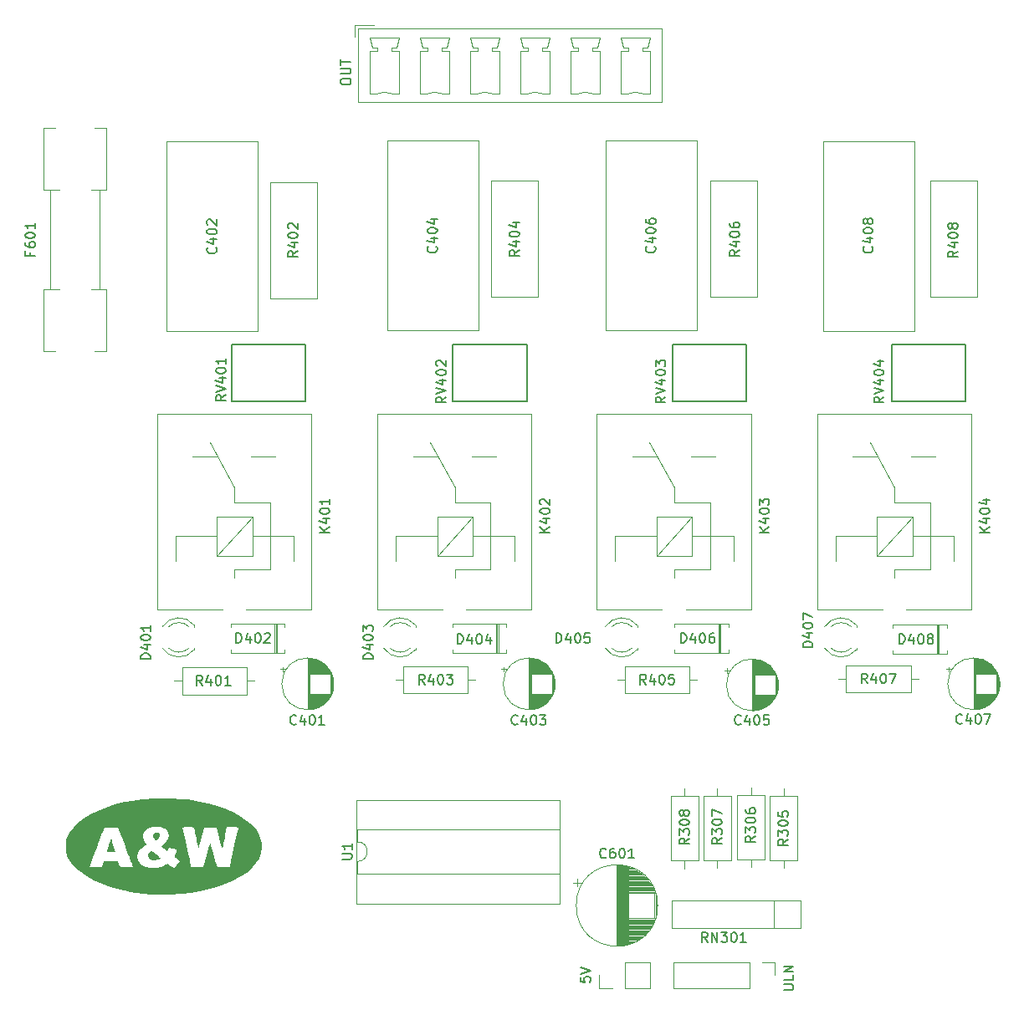
<source format=gbr>
%TF.GenerationSoftware,KiCad,Pcbnew,(6.0.8)*%
%TF.CreationDate,2023-03-03T00:40:04+05:30*%
%TF.ProjectId,STM32DryerPCB,53544d33-3244-4727-9965-725043422e6b,rev?*%
%TF.SameCoordinates,Original*%
%TF.FileFunction,Legend,Top*%
%TF.FilePolarity,Positive*%
%FSLAX46Y46*%
G04 Gerber Fmt 4.6, Leading zero omitted, Abs format (unit mm)*
G04 Created by KiCad (PCBNEW (6.0.8)) date 2023-03-03 00:40:04*
%MOMM*%
%LPD*%
G01*
G04 APERTURE LIST*
%ADD10C,0.150000*%
%ADD11C,0.120000*%
G04 APERTURE END LIST*
D10*
X-185447619Y-10550000D02*
X-185447619Y-10359523D01*
X-185400000Y-10264285D01*
X-185304761Y-10169047D01*
X-185114285Y-10121428D01*
X-184780952Y-10121428D01*
X-184590476Y-10169047D01*
X-184495238Y-10264285D01*
X-184447619Y-10359523D01*
X-184447619Y-10550000D01*
X-184495238Y-10645238D01*
X-184590476Y-10740476D01*
X-184780952Y-10788095D01*
X-185114285Y-10788095D01*
X-185304761Y-10740476D01*
X-185400000Y-10645238D01*
X-185447619Y-10550000D01*
X-185447619Y-9692857D02*
X-184638095Y-9692857D01*
X-184542857Y-9645238D01*
X-184495238Y-9597619D01*
X-184447619Y-9502380D01*
X-184447619Y-9311904D01*
X-184495238Y-9216666D01*
X-184542857Y-9169047D01*
X-184638095Y-9121428D01*
X-185447619Y-9121428D01*
X-185447619Y-8788095D02*
X-185447619Y-8216666D01*
X-184447619Y-8502380D02*
X-185447619Y-8502380D01*
X-140647619Y-102464285D02*
X-139838095Y-102464285D01*
X-139742857Y-102416666D01*
X-139695238Y-102369047D01*
X-139647619Y-102273809D01*
X-139647619Y-102083333D01*
X-139695238Y-101988095D01*
X-139742857Y-101940476D01*
X-139838095Y-101892857D01*
X-140647619Y-101892857D01*
X-139647619Y-100940476D02*
X-139647619Y-101416666D01*
X-140647619Y-101416666D01*
X-139647619Y-100607142D02*
X-140647619Y-100607142D01*
X-139647619Y-100035714D01*
X-140647619Y-100035714D01*
X-161197619Y-101140476D02*
X-161197619Y-101616666D01*
X-160721428Y-101664285D01*
X-160769047Y-101616666D01*
X-160816666Y-101521428D01*
X-160816666Y-101283333D01*
X-160769047Y-101188095D01*
X-160721428Y-101140476D01*
X-160626190Y-101092857D01*
X-160388095Y-101092857D01*
X-160292857Y-101140476D01*
X-160245238Y-101188095D01*
X-160197619Y-101283333D01*
X-160197619Y-101521428D01*
X-160245238Y-101616666D01*
X-160292857Y-101664285D01*
X-161197619Y-100807142D02*
X-160197619Y-100473809D01*
X-161197619Y-100140476D01*
%TO.C,C402*%
X-198092857Y-27269047D02*
X-198045238Y-27316666D01*
X-197997619Y-27459523D01*
X-197997619Y-27554761D01*
X-198045238Y-27697619D01*
X-198140476Y-27792857D01*
X-198235714Y-27840476D01*
X-198426190Y-27888095D01*
X-198569047Y-27888095D01*
X-198759523Y-27840476D01*
X-198854761Y-27792857D01*
X-198950000Y-27697619D01*
X-198997619Y-27554761D01*
X-198997619Y-27459523D01*
X-198950000Y-27316666D01*
X-198902380Y-27269047D01*
X-198664285Y-26411904D02*
X-197997619Y-26411904D01*
X-199045238Y-26650000D02*
X-198330952Y-26888095D01*
X-198330952Y-26269047D01*
X-198997619Y-25697619D02*
X-198997619Y-25602380D01*
X-198950000Y-25507142D01*
X-198902380Y-25459523D01*
X-198807142Y-25411904D01*
X-198616666Y-25364285D01*
X-198378571Y-25364285D01*
X-198188095Y-25411904D01*
X-198092857Y-25459523D01*
X-198045238Y-25507142D01*
X-197997619Y-25602380D01*
X-197997619Y-25697619D01*
X-198045238Y-25792857D01*
X-198092857Y-25840476D01*
X-198188095Y-25888095D01*
X-198378571Y-25935714D01*
X-198616666Y-25935714D01*
X-198807142Y-25888095D01*
X-198902380Y-25840476D01*
X-198950000Y-25792857D01*
X-198997619Y-25697619D01*
X-198902380Y-24983333D02*
X-198950000Y-24935714D01*
X-198997619Y-24840476D01*
X-198997619Y-24602380D01*
X-198950000Y-24507142D01*
X-198902380Y-24459523D01*
X-198807142Y-24411904D01*
X-198711904Y-24411904D01*
X-198569047Y-24459523D01*
X-197997619Y-25030952D01*
X-197997619Y-24411904D01*
%TO.C,R307*%
X-146877619Y-87069047D02*
X-147353809Y-87402380D01*
X-146877619Y-87640476D02*
X-147877619Y-87640476D01*
X-147877619Y-87259523D01*
X-147830000Y-87164285D01*
X-147782380Y-87116666D01*
X-147687142Y-87069047D01*
X-147544285Y-87069047D01*
X-147449047Y-87116666D01*
X-147401428Y-87164285D01*
X-147353809Y-87259523D01*
X-147353809Y-87640476D01*
X-147877619Y-86735714D02*
X-147877619Y-86116666D01*
X-147496666Y-86450000D01*
X-147496666Y-86307142D01*
X-147449047Y-86211904D01*
X-147401428Y-86164285D01*
X-147306190Y-86116666D01*
X-147068095Y-86116666D01*
X-146972857Y-86164285D01*
X-146925238Y-86211904D01*
X-146877619Y-86307142D01*
X-146877619Y-86592857D01*
X-146925238Y-86688095D01*
X-146972857Y-86735714D01*
X-147877619Y-85497619D02*
X-147877619Y-85402380D01*
X-147830000Y-85307142D01*
X-147782380Y-85259523D01*
X-147687142Y-85211904D01*
X-147496666Y-85164285D01*
X-147258571Y-85164285D01*
X-147068095Y-85211904D01*
X-146972857Y-85259523D01*
X-146925238Y-85307142D01*
X-146877619Y-85402380D01*
X-146877619Y-85497619D01*
X-146925238Y-85592857D01*
X-146972857Y-85640476D01*
X-147068095Y-85688095D01*
X-147258571Y-85735714D01*
X-147496666Y-85735714D01*
X-147687142Y-85688095D01*
X-147782380Y-85640476D01*
X-147830000Y-85592857D01*
X-147877619Y-85497619D01*
X-147877619Y-84830952D02*
X-147877619Y-84164285D01*
X-146877619Y-84592857D01*
%TO.C,R407*%
X-132169047Y-71402380D02*
X-132502380Y-70926190D01*
X-132740476Y-71402380D02*
X-132740476Y-70402380D01*
X-132359523Y-70402380D01*
X-132264285Y-70450000D01*
X-132216666Y-70497619D01*
X-132169047Y-70592857D01*
X-132169047Y-70735714D01*
X-132216666Y-70830952D01*
X-132264285Y-70878571D01*
X-132359523Y-70926190D01*
X-132740476Y-70926190D01*
X-131311904Y-70735714D02*
X-131311904Y-71402380D01*
X-131550000Y-70354761D02*
X-131788095Y-71069047D01*
X-131169047Y-71069047D01*
X-130597619Y-70402380D02*
X-130502380Y-70402380D01*
X-130407142Y-70450000D01*
X-130359523Y-70497619D01*
X-130311904Y-70592857D01*
X-130264285Y-70783333D01*
X-130264285Y-71021428D01*
X-130311904Y-71211904D01*
X-130359523Y-71307142D01*
X-130407142Y-71354761D01*
X-130502380Y-71402380D01*
X-130597619Y-71402380D01*
X-130692857Y-71354761D01*
X-130740476Y-71307142D01*
X-130788095Y-71211904D01*
X-130835714Y-71021428D01*
X-130835714Y-70783333D01*
X-130788095Y-70592857D01*
X-130740476Y-70497619D01*
X-130692857Y-70450000D01*
X-130597619Y-70402380D01*
X-129930952Y-70402380D02*
X-129264285Y-70402380D01*
X-129692857Y-71402380D01*
%TO.C,D408*%
X-128940476Y-67402380D02*
X-128940476Y-66402380D01*
X-128702380Y-66402380D01*
X-128559523Y-66450000D01*
X-128464285Y-66545238D01*
X-128416666Y-66640476D01*
X-128369047Y-66830952D01*
X-128369047Y-66973809D01*
X-128416666Y-67164285D01*
X-128464285Y-67259523D01*
X-128559523Y-67354761D01*
X-128702380Y-67402380D01*
X-128940476Y-67402380D01*
X-127511904Y-66735714D02*
X-127511904Y-67402380D01*
X-127750000Y-66354761D02*
X-127988095Y-67069047D01*
X-127369047Y-67069047D01*
X-126797619Y-66402380D02*
X-126702380Y-66402380D01*
X-126607142Y-66450000D01*
X-126559523Y-66497619D01*
X-126511904Y-66592857D01*
X-126464285Y-66783333D01*
X-126464285Y-67021428D01*
X-126511904Y-67211904D01*
X-126559523Y-67307142D01*
X-126607142Y-67354761D01*
X-126702380Y-67402380D01*
X-126797619Y-67402380D01*
X-126892857Y-67354761D01*
X-126940476Y-67307142D01*
X-126988095Y-67211904D01*
X-127035714Y-67021428D01*
X-127035714Y-66783333D01*
X-126988095Y-66592857D01*
X-126940476Y-66497619D01*
X-126892857Y-66450000D01*
X-126797619Y-66402380D01*
X-125892857Y-66830952D02*
X-125988095Y-66783333D01*
X-126035714Y-66735714D01*
X-126083333Y-66640476D01*
X-126083333Y-66592857D01*
X-126035714Y-66497619D01*
X-125988095Y-66450000D01*
X-125892857Y-66402380D01*
X-125702380Y-66402380D01*
X-125607142Y-66450000D01*
X-125559523Y-66497619D01*
X-125511904Y-66592857D01*
X-125511904Y-66640476D01*
X-125559523Y-66735714D01*
X-125607142Y-66783333D01*
X-125702380Y-66830952D01*
X-125892857Y-66830952D01*
X-125988095Y-66878571D01*
X-126035714Y-66926190D01*
X-126083333Y-67021428D01*
X-126083333Y-67211904D01*
X-126035714Y-67307142D01*
X-125988095Y-67354761D01*
X-125892857Y-67402380D01*
X-125702380Y-67402380D01*
X-125607142Y-67354761D01*
X-125559523Y-67307142D01*
X-125511904Y-67211904D01*
X-125511904Y-67021428D01*
X-125559523Y-66926190D01*
X-125607142Y-66878571D01*
X-125702380Y-66830952D01*
%TO.C,R305*%
X-140197619Y-87189047D02*
X-140673809Y-87522380D01*
X-140197619Y-87760476D02*
X-141197619Y-87760476D01*
X-141197619Y-87379523D01*
X-141150000Y-87284285D01*
X-141102380Y-87236666D01*
X-141007142Y-87189047D01*
X-140864285Y-87189047D01*
X-140769047Y-87236666D01*
X-140721428Y-87284285D01*
X-140673809Y-87379523D01*
X-140673809Y-87760476D01*
X-141197619Y-86855714D02*
X-141197619Y-86236666D01*
X-140816666Y-86570000D01*
X-140816666Y-86427142D01*
X-140769047Y-86331904D01*
X-140721428Y-86284285D01*
X-140626190Y-86236666D01*
X-140388095Y-86236666D01*
X-140292857Y-86284285D01*
X-140245238Y-86331904D01*
X-140197619Y-86427142D01*
X-140197619Y-86712857D01*
X-140245238Y-86808095D01*
X-140292857Y-86855714D01*
X-141197619Y-85617619D02*
X-141197619Y-85522380D01*
X-141150000Y-85427142D01*
X-141102380Y-85379523D01*
X-141007142Y-85331904D01*
X-140816666Y-85284285D01*
X-140578571Y-85284285D01*
X-140388095Y-85331904D01*
X-140292857Y-85379523D01*
X-140245238Y-85427142D01*
X-140197619Y-85522380D01*
X-140197619Y-85617619D01*
X-140245238Y-85712857D01*
X-140292857Y-85760476D01*
X-140388095Y-85808095D01*
X-140578571Y-85855714D01*
X-140816666Y-85855714D01*
X-141007142Y-85808095D01*
X-141102380Y-85760476D01*
X-141150000Y-85712857D01*
X-141197619Y-85617619D01*
X-141197619Y-84379523D02*
X-141197619Y-84855714D01*
X-140721428Y-84903333D01*
X-140769047Y-84855714D01*
X-140816666Y-84760476D01*
X-140816666Y-84522380D01*
X-140769047Y-84427142D01*
X-140721428Y-84379523D01*
X-140626190Y-84331904D01*
X-140388095Y-84331904D01*
X-140292857Y-84379523D01*
X-140245238Y-84427142D01*
X-140197619Y-84522380D01*
X-140197619Y-84760476D01*
X-140245238Y-84855714D01*
X-140292857Y-84903333D01*
%TO.C,U1*%
X-185327619Y-89201904D02*
X-184518095Y-89201904D01*
X-184422857Y-89154285D01*
X-184375238Y-89106666D01*
X-184327619Y-89011428D01*
X-184327619Y-88820952D01*
X-184375238Y-88725714D01*
X-184422857Y-88678095D01*
X-184518095Y-88630476D01*
X-185327619Y-88630476D01*
X-184327619Y-87630476D02*
X-184327619Y-88201904D01*
X-184327619Y-87916190D02*
X-185327619Y-87916190D01*
X-185184761Y-88011428D01*
X-185089523Y-88106666D01*
X-185041904Y-88201904D01*
%TO.C,D403*%
X-182197619Y-68940476D02*
X-183197619Y-68940476D01*
X-183197619Y-68702380D01*
X-183150000Y-68559523D01*
X-183054761Y-68464285D01*
X-182959523Y-68416666D01*
X-182769047Y-68369047D01*
X-182626190Y-68369047D01*
X-182435714Y-68416666D01*
X-182340476Y-68464285D01*
X-182245238Y-68559523D01*
X-182197619Y-68702380D01*
X-182197619Y-68940476D01*
X-182864285Y-67511904D02*
X-182197619Y-67511904D01*
X-183245238Y-67750000D02*
X-182530952Y-67988095D01*
X-182530952Y-67369047D01*
X-183197619Y-66797619D02*
X-183197619Y-66702380D01*
X-183150000Y-66607142D01*
X-183102380Y-66559523D01*
X-183007142Y-66511904D01*
X-182816666Y-66464285D01*
X-182578571Y-66464285D01*
X-182388095Y-66511904D01*
X-182292857Y-66559523D01*
X-182245238Y-66607142D01*
X-182197619Y-66702380D01*
X-182197619Y-66797619D01*
X-182245238Y-66892857D01*
X-182292857Y-66940476D01*
X-182388095Y-66988095D01*
X-182578571Y-67035714D01*
X-182816666Y-67035714D01*
X-183007142Y-66988095D01*
X-183102380Y-66940476D01*
X-183150000Y-66892857D01*
X-183197619Y-66797619D01*
X-183197619Y-66130952D02*
X-183197619Y-65511904D01*
X-182816666Y-65845238D01*
X-182816666Y-65702380D01*
X-182769047Y-65607142D01*
X-182721428Y-65559523D01*
X-182626190Y-65511904D01*
X-182388095Y-65511904D01*
X-182292857Y-65559523D01*
X-182245238Y-65607142D01*
X-182197619Y-65702380D01*
X-182197619Y-65988095D01*
X-182245238Y-66083333D01*
X-182292857Y-66130952D01*
%TO.C,R308*%
X-150177619Y-87089047D02*
X-150653809Y-87422380D01*
X-150177619Y-87660476D02*
X-151177619Y-87660476D01*
X-151177619Y-87279523D01*
X-151130000Y-87184285D01*
X-151082380Y-87136666D01*
X-150987142Y-87089047D01*
X-150844285Y-87089047D01*
X-150749047Y-87136666D01*
X-150701428Y-87184285D01*
X-150653809Y-87279523D01*
X-150653809Y-87660476D01*
X-151177619Y-86755714D02*
X-151177619Y-86136666D01*
X-150796666Y-86470000D01*
X-150796666Y-86327142D01*
X-150749047Y-86231904D01*
X-150701428Y-86184285D01*
X-150606190Y-86136666D01*
X-150368095Y-86136666D01*
X-150272857Y-86184285D01*
X-150225238Y-86231904D01*
X-150177619Y-86327142D01*
X-150177619Y-86612857D01*
X-150225238Y-86708095D01*
X-150272857Y-86755714D01*
X-151177619Y-85517619D02*
X-151177619Y-85422380D01*
X-151130000Y-85327142D01*
X-151082380Y-85279523D01*
X-150987142Y-85231904D01*
X-150796666Y-85184285D01*
X-150558571Y-85184285D01*
X-150368095Y-85231904D01*
X-150272857Y-85279523D01*
X-150225238Y-85327142D01*
X-150177619Y-85422380D01*
X-150177619Y-85517619D01*
X-150225238Y-85612857D01*
X-150272857Y-85660476D01*
X-150368095Y-85708095D01*
X-150558571Y-85755714D01*
X-150796666Y-85755714D01*
X-150987142Y-85708095D01*
X-151082380Y-85660476D01*
X-151130000Y-85612857D01*
X-151177619Y-85517619D01*
X-150749047Y-84612857D02*
X-150796666Y-84708095D01*
X-150844285Y-84755714D01*
X-150939523Y-84803333D01*
X-150987142Y-84803333D01*
X-151082380Y-84755714D01*
X-151130000Y-84708095D01*
X-151177619Y-84612857D01*
X-151177619Y-84422380D01*
X-151130000Y-84327142D01*
X-151082380Y-84279523D01*
X-150987142Y-84231904D01*
X-150939523Y-84231904D01*
X-150844285Y-84279523D01*
X-150796666Y-84327142D01*
X-150749047Y-84422380D01*
X-150749047Y-84612857D01*
X-150701428Y-84708095D01*
X-150653809Y-84755714D01*
X-150558571Y-84803333D01*
X-150368095Y-84803333D01*
X-150272857Y-84755714D01*
X-150225238Y-84708095D01*
X-150177619Y-84612857D01*
X-150177619Y-84422380D01*
X-150225238Y-84327142D01*
X-150272857Y-84279523D01*
X-150368095Y-84231904D01*
X-150558571Y-84231904D01*
X-150653809Y-84279523D01*
X-150701428Y-84327142D01*
X-150749047Y-84422380D01*
%TO.C,K402*%
X-164297619Y-56140476D02*
X-165297619Y-56140476D01*
X-164297619Y-55569047D02*
X-164869047Y-55997619D01*
X-165297619Y-55569047D02*
X-164726190Y-56140476D01*
X-164964285Y-54711904D02*
X-164297619Y-54711904D01*
X-165345238Y-54950000D02*
X-164630952Y-55188095D01*
X-164630952Y-54569047D01*
X-165297619Y-53997619D02*
X-165297619Y-53902380D01*
X-165250000Y-53807142D01*
X-165202380Y-53759523D01*
X-165107142Y-53711904D01*
X-164916666Y-53664285D01*
X-164678571Y-53664285D01*
X-164488095Y-53711904D01*
X-164392857Y-53759523D01*
X-164345238Y-53807142D01*
X-164297619Y-53902380D01*
X-164297619Y-53997619D01*
X-164345238Y-54092857D01*
X-164392857Y-54140476D01*
X-164488095Y-54188095D01*
X-164678571Y-54235714D01*
X-164916666Y-54235714D01*
X-165107142Y-54188095D01*
X-165202380Y-54140476D01*
X-165250000Y-54092857D01*
X-165297619Y-53997619D01*
X-165202380Y-53283333D02*
X-165250000Y-53235714D01*
X-165297619Y-53140476D01*
X-165297619Y-52902380D01*
X-165250000Y-52807142D01*
X-165202380Y-52759523D01*
X-165107142Y-52711904D01*
X-165011904Y-52711904D01*
X-164869047Y-52759523D01*
X-164297619Y-53330952D01*
X-164297619Y-52711904D01*
%TO.C,C405*%
X-144969047Y-75507142D02*
X-145016666Y-75554761D01*
X-145159523Y-75602380D01*
X-145254761Y-75602380D01*
X-145397619Y-75554761D01*
X-145492857Y-75459523D01*
X-145540476Y-75364285D01*
X-145588095Y-75173809D01*
X-145588095Y-75030952D01*
X-145540476Y-74840476D01*
X-145492857Y-74745238D01*
X-145397619Y-74650000D01*
X-145254761Y-74602380D01*
X-145159523Y-74602380D01*
X-145016666Y-74650000D01*
X-144969047Y-74697619D01*
X-144111904Y-74935714D02*
X-144111904Y-75602380D01*
X-144350000Y-74554761D02*
X-144588095Y-75269047D01*
X-143969047Y-75269047D01*
X-143397619Y-74602380D02*
X-143302380Y-74602380D01*
X-143207142Y-74650000D01*
X-143159523Y-74697619D01*
X-143111904Y-74792857D01*
X-143064285Y-74983333D01*
X-143064285Y-75221428D01*
X-143111904Y-75411904D01*
X-143159523Y-75507142D01*
X-143207142Y-75554761D01*
X-143302380Y-75602380D01*
X-143397619Y-75602380D01*
X-143492857Y-75554761D01*
X-143540476Y-75507142D01*
X-143588095Y-75411904D01*
X-143635714Y-75221428D01*
X-143635714Y-74983333D01*
X-143588095Y-74792857D01*
X-143540476Y-74697619D01*
X-143492857Y-74650000D01*
X-143397619Y-74602380D01*
X-142159523Y-74602380D02*
X-142635714Y-74602380D01*
X-142683333Y-75078571D01*
X-142635714Y-75030952D01*
X-142540476Y-74983333D01*
X-142302380Y-74983333D01*
X-142207142Y-75030952D01*
X-142159523Y-75078571D01*
X-142111904Y-75173809D01*
X-142111904Y-75411904D01*
X-142159523Y-75507142D01*
X-142207142Y-75554761D01*
X-142302380Y-75602380D01*
X-142540476Y-75602380D01*
X-142635714Y-75554761D01*
X-142683333Y-75507142D01*
%TO.C,D402*%
X-196040476Y-67302380D02*
X-196040476Y-66302380D01*
X-195802380Y-66302380D01*
X-195659523Y-66350000D01*
X-195564285Y-66445238D01*
X-195516666Y-66540476D01*
X-195469047Y-66730952D01*
X-195469047Y-66873809D01*
X-195516666Y-67064285D01*
X-195564285Y-67159523D01*
X-195659523Y-67254761D01*
X-195802380Y-67302380D01*
X-196040476Y-67302380D01*
X-194611904Y-66635714D02*
X-194611904Y-67302380D01*
X-194850000Y-66254761D02*
X-195088095Y-66969047D01*
X-194469047Y-66969047D01*
X-193897619Y-66302380D02*
X-193802380Y-66302380D01*
X-193707142Y-66350000D01*
X-193659523Y-66397619D01*
X-193611904Y-66492857D01*
X-193564285Y-66683333D01*
X-193564285Y-66921428D01*
X-193611904Y-67111904D01*
X-193659523Y-67207142D01*
X-193707142Y-67254761D01*
X-193802380Y-67302380D01*
X-193897619Y-67302380D01*
X-193992857Y-67254761D01*
X-194040476Y-67207142D01*
X-194088095Y-67111904D01*
X-194135714Y-66921428D01*
X-194135714Y-66683333D01*
X-194088095Y-66492857D01*
X-194040476Y-66397619D01*
X-193992857Y-66350000D01*
X-193897619Y-66302380D01*
X-193183333Y-66397619D02*
X-193135714Y-66350000D01*
X-193040476Y-66302380D01*
X-192802380Y-66302380D01*
X-192707142Y-66350000D01*
X-192659523Y-66397619D01*
X-192611904Y-66492857D01*
X-192611904Y-66588095D01*
X-192659523Y-66730952D01*
X-193230952Y-67302380D01*
X-192611904Y-67302380D01*
%TO.C,R401*%
X-199469047Y-71602380D02*
X-199802380Y-71126190D01*
X-200040476Y-71602380D02*
X-200040476Y-70602380D01*
X-199659523Y-70602380D01*
X-199564285Y-70650000D01*
X-199516666Y-70697619D01*
X-199469047Y-70792857D01*
X-199469047Y-70935714D01*
X-199516666Y-71030952D01*
X-199564285Y-71078571D01*
X-199659523Y-71126190D01*
X-200040476Y-71126190D01*
X-198611904Y-70935714D02*
X-198611904Y-71602380D01*
X-198850000Y-70554761D02*
X-199088095Y-71269047D01*
X-198469047Y-71269047D01*
X-197897619Y-70602380D02*
X-197802380Y-70602380D01*
X-197707142Y-70650000D01*
X-197659523Y-70697619D01*
X-197611904Y-70792857D01*
X-197564285Y-70983333D01*
X-197564285Y-71221428D01*
X-197611904Y-71411904D01*
X-197659523Y-71507142D01*
X-197707142Y-71554761D01*
X-197802380Y-71602380D01*
X-197897619Y-71602380D01*
X-197992857Y-71554761D01*
X-198040476Y-71507142D01*
X-198088095Y-71411904D01*
X-198135714Y-71221428D01*
X-198135714Y-70983333D01*
X-198088095Y-70792857D01*
X-198040476Y-70697619D01*
X-197992857Y-70650000D01*
X-197897619Y-70602380D01*
X-196611904Y-71602380D02*
X-197183333Y-71602380D01*
X-196897619Y-71602380D02*
X-196897619Y-70602380D01*
X-196992857Y-70745238D01*
X-197088095Y-70840476D01*
X-197183333Y-70888095D01*
%TO.C,R406*%
X-145097619Y-27549047D02*
X-145573809Y-27882380D01*
X-145097619Y-28120476D02*
X-146097619Y-28120476D01*
X-146097619Y-27739523D01*
X-146050000Y-27644285D01*
X-146002380Y-27596666D01*
X-145907142Y-27549047D01*
X-145764285Y-27549047D01*
X-145669047Y-27596666D01*
X-145621428Y-27644285D01*
X-145573809Y-27739523D01*
X-145573809Y-28120476D01*
X-145764285Y-26691904D02*
X-145097619Y-26691904D01*
X-146145238Y-26930000D02*
X-145430952Y-27168095D01*
X-145430952Y-26549047D01*
X-146097619Y-25977619D02*
X-146097619Y-25882380D01*
X-146050000Y-25787142D01*
X-146002380Y-25739523D01*
X-145907142Y-25691904D01*
X-145716666Y-25644285D01*
X-145478571Y-25644285D01*
X-145288095Y-25691904D01*
X-145192857Y-25739523D01*
X-145145238Y-25787142D01*
X-145097619Y-25882380D01*
X-145097619Y-25977619D01*
X-145145238Y-26072857D01*
X-145192857Y-26120476D01*
X-145288095Y-26168095D01*
X-145478571Y-26215714D01*
X-145716666Y-26215714D01*
X-145907142Y-26168095D01*
X-146002380Y-26120476D01*
X-146050000Y-26072857D01*
X-146097619Y-25977619D01*
X-146097619Y-24787142D02*
X-146097619Y-24977619D01*
X-146050000Y-25072857D01*
X-146002380Y-25120476D01*
X-145859523Y-25215714D01*
X-145669047Y-25263333D01*
X-145288095Y-25263333D01*
X-145192857Y-25215714D01*
X-145145238Y-25168095D01*
X-145097619Y-25072857D01*
X-145097619Y-24882380D01*
X-145145238Y-24787142D01*
X-145192857Y-24739523D01*
X-145288095Y-24691904D01*
X-145526190Y-24691904D01*
X-145621428Y-24739523D01*
X-145669047Y-24787142D01*
X-145716666Y-24882380D01*
X-145716666Y-25072857D01*
X-145669047Y-25168095D01*
X-145621428Y-25215714D01*
X-145526190Y-25263333D01*
%TO.C,RV401*%
X-197097619Y-42197619D02*
X-197573809Y-42530952D01*
X-197097619Y-42769047D02*
X-198097619Y-42769047D01*
X-198097619Y-42388095D01*
X-198050000Y-42292857D01*
X-198002380Y-42245238D01*
X-197907142Y-42197619D01*
X-197764285Y-42197619D01*
X-197669047Y-42245238D01*
X-197621428Y-42292857D01*
X-197573809Y-42388095D01*
X-197573809Y-42769047D01*
X-198097619Y-41911904D02*
X-197097619Y-41578571D01*
X-198097619Y-41245238D01*
X-197764285Y-40483333D02*
X-197097619Y-40483333D01*
X-198145238Y-40721428D02*
X-197430952Y-40959523D01*
X-197430952Y-40340476D01*
X-198097619Y-39769047D02*
X-198097619Y-39673809D01*
X-198050000Y-39578571D01*
X-198002380Y-39530952D01*
X-197907142Y-39483333D01*
X-197716666Y-39435714D01*
X-197478571Y-39435714D01*
X-197288095Y-39483333D01*
X-197192857Y-39530952D01*
X-197145238Y-39578571D01*
X-197097619Y-39673809D01*
X-197097619Y-39769047D01*
X-197145238Y-39864285D01*
X-197192857Y-39911904D01*
X-197288095Y-39959523D01*
X-197478571Y-40007142D01*
X-197716666Y-40007142D01*
X-197907142Y-39959523D01*
X-198002380Y-39911904D01*
X-198050000Y-39864285D01*
X-198097619Y-39769047D01*
X-197097619Y-38483333D02*
X-197097619Y-39054761D01*
X-197097619Y-38769047D02*
X-198097619Y-38769047D01*
X-197954761Y-38864285D01*
X-197859523Y-38959523D01*
X-197811904Y-39054761D01*
%TO.C,R405*%
X-154569047Y-71502380D02*
X-154902380Y-71026190D01*
X-155140476Y-71502380D02*
X-155140476Y-70502380D01*
X-154759523Y-70502380D01*
X-154664285Y-70550000D01*
X-154616666Y-70597619D01*
X-154569047Y-70692857D01*
X-154569047Y-70835714D01*
X-154616666Y-70930952D01*
X-154664285Y-70978571D01*
X-154759523Y-71026190D01*
X-155140476Y-71026190D01*
X-153711904Y-70835714D02*
X-153711904Y-71502380D01*
X-153950000Y-70454761D02*
X-154188095Y-71169047D01*
X-153569047Y-71169047D01*
X-152997619Y-70502380D02*
X-152902380Y-70502380D01*
X-152807142Y-70550000D01*
X-152759523Y-70597619D01*
X-152711904Y-70692857D01*
X-152664285Y-70883333D01*
X-152664285Y-71121428D01*
X-152711904Y-71311904D01*
X-152759523Y-71407142D01*
X-152807142Y-71454761D01*
X-152902380Y-71502380D01*
X-152997619Y-71502380D01*
X-153092857Y-71454761D01*
X-153140476Y-71407142D01*
X-153188095Y-71311904D01*
X-153235714Y-71121428D01*
X-153235714Y-70883333D01*
X-153188095Y-70692857D01*
X-153140476Y-70597619D01*
X-153092857Y-70550000D01*
X-152997619Y-70502380D01*
X-151759523Y-70502380D02*
X-152235714Y-70502380D01*
X-152283333Y-70978571D01*
X-152235714Y-70930952D01*
X-152140476Y-70883333D01*
X-151902380Y-70883333D01*
X-151807142Y-70930952D01*
X-151759523Y-70978571D01*
X-151711904Y-71073809D01*
X-151711904Y-71311904D01*
X-151759523Y-71407142D01*
X-151807142Y-71454761D01*
X-151902380Y-71502380D01*
X-152140476Y-71502380D01*
X-152235714Y-71454761D01*
X-152283333Y-71407142D01*
%TO.C,D401*%
X-204697619Y-68940476D02*
X-205697619Y-68940476D01*
X-205697619Y-68702380D01*
X-205650000Y-68559523D01*
X-205554761Y-68464285D01*
X-205459523Y-68416666D01*
X-205269047Y-68369047D01*
X-205126190Y-68369047D01*
X-204935714Y-68416666D01*
X-204840476Y-68464285D01*
X-204745238Y-68559523D01*
X-204697619Y-68702380D01*
X-204697619Y-68940476D01*
X-205364285Y-67511904D02*
X-204697619Y-67511904D01*
X-205745238Y-67750000D02*
X-205030952Y-67988095D01*
X-205030952Y-67369047D01*
X-205697619Y-66797619D02*
X-205697619Y-66702380D01*
X-205650000Y-66607142D01*
X-205602380Y-66559523D01*
X-205507142Y-66511904D01*
X-205316666Y-66464285D01*
X-205078571Y-66464285D01*
X-204888095Y-66511904D01*
X-204792857Y-66559523D01*
X-204745238Y-66607142D01*
X-204697619Y-66702380D01*
X-204697619Y-66797619D01*
X-204745238Y-66892857D01*
X-204792857Y-66940476D01*
X-204888095Y-66988095D01*
X-205078571Y-67035714D01*
X-205316666Y-67035714D01*
X-205507142Y-66988095D01*
X-205602380Y-66940476D01*
X-205650000Y-66892857D01*
X-205697619Y-66797619D01*
X-204697619Y-65511904D02*
X-204697619Y-66083333D01*
X-204697619Y-65797619D02*
X-205697619Y-65797619D01*
X-205554761Y-65892857D01*
X-205459523Y-65988095D01*
X-205411904Y-66083333D01*
%TO.C,RV402*%
X-174797619Y-42397619D02*
X-175273809Y-42730952D01*
X-174797619Y-42969047D02*
X-175797619Y-42969047D01*
X-175797619Y-42588095D01*
X-175750000Y-42492857D01*
X-175702380Y-42445238D01*
X-175607142Y-42397619D01*
X-175464285Y-42397619D01*
X-175369047Y-42445238D01*
X-175321428Y-42492857D01*
X-175273809Y-42588095D01*
X-175273809Y-42969047D01*
X-175797619Y-42111904D02*
X-174797619Y-41778571D01*
X-175797619Y-41445238D01*
X-175464285Y-40683333D02*
X-174797619Y-40683333D01*
X-175845238Y-40921428D02*
X-175130952Y-41159523D01*
X-175130952Y-40540476D01*
X-175797619Y-39969047D02*
X-175797619Y-39873809D01*
X-175750000Y-39778571D01*
X-175702380Y-39730952D01*
X-175607142Y-39683333D01*
X-175416666Y-39635714D01*
X-175178571Y-39635714D01*
X-174988095Y-39683333D01*
X-174892857Y-39730952D01*
X-174845238Y-39778571D01*
X-174797619Y-39873809D01*
X-174797619Y-39969047D01*
X-174845238Y-40064285D01*
X-174892857Y-40111904D01*
X-174988095Y-40159523D01*
X-175178571Y-40207142D01*
X-175416666Y-40207142D01*
X-175607142Y-40159523D01*
X-175702380Y-40111904D01*
X-175750000Y-40064285D01*
X-175797619Y-39969047D01*
X-175702380Y-39254761D02*
X-175750000Y-39207142D01*
X-175797619Y-39111904D01*
X-175797619Y-38873809D01*
X-175750000Y-38778571D01*
X-175702380Y-38730952D01*
X-175607142Y-38683333D01*
X-175511904Y-38683333D01*
X-175369047Y-38730952D01*
X-174797619Y-39302380D01*
X-174797619Y-38683333D01*
%TO.C,K403*%
X-142097619Y-56140476D02*
X-143097619Y-56140476D01*
X-142097619Y-55569047D02*
X-142669047Y-55997619D01*
X-143097619Y-55569047D02*
X-142526190Y-56140476D01*
X-142764285Y-54711904D02*
X-142097619Y-54711904D01*
X-143145238Y-54950000D02*
X-142430952Y-55188095D01*
X-142430952Y-54569047D01*
X-143097619Y-53997619D02*
X-143097619Y-53902380D01*
X-143050000Y-53807142D01*
X-143002380Y-53759523D01*
X-142907142Y-53711904D01*
X-142716666Y-53664285D01*
X-142478571Y-53664285D01*
X-142288095Y-53711904D01*
X-142192857Y-53759523D01*
X-142145238Y-53807142D01*
X-142097619Y-53902380D01*
X-142097619Y-53997619D01*
X-142145238Y-54092857D01*
X-142192857Y-54140476D01*
X-142288095Y-54188095D01*
X-142478571Y-54235714D01*
X-142716666Y-54235714D01*
X-142907142Y-54188095D01*
X-143002380Y-54140476D01*
X-143050000Y-54092857D01*
X-143097619Y-53997619D01*
X-143097619Y-53330952D02*
X-143097619Y-52711904D01*
X-142716666Y-53045238D01*
X-142716666Y-52902380D01*
X-142669047Y-52807142D01*
X-142621428Y-52759523D01*
X-142526190Y-52711904D01*
X-142288095Y-52711904D01*
X-142192857Y-52759523D01*
X-142145238Y-52807142D01*
X-142097619Y-52902380D01*
X-142097619Y-53188095D01*
X-142145238Y-53283333D01*
X-142192857Y-53330952D01*
%TO.C,R404*%
X-167397619Y-27519047D02*
X-167873809Y-27852380D01*
X-167397619Y-28090476D02*
X-168397619Y-28090476D01*
X-168397619Y-27709523D01*
X-168350000Y-27614285D01*
X-168302380Y-27566666D01*
X-168207142Y-27519047D01*
X-168064285Y-27519047D01*
X-167969047Y-27566666D01*
X-167921428Y-27614285D01*
X-167873809Y-27709523D01*
X-167873809Y-28090476D01*
X-168064285Y-26661904D02*
X-167397619Y-26661904D01*
X-168445238Y-26900000D02*
X-167730952Y-27138095D01*
X-167730952Y-26519047D01*
X-168397619Y-25947619D02*
X-168397619Y-25852380D01*
X-168350000Y-25757142D01*
X-168302380Y-25709523D01*
X-168207142Y-25661904D01*
X-168016666Y-25614285D01*
X-167778571Y-25614285D01*
X-167588095Y-25661904D01*
X-167492857Y-25709523D01*
X-167445238Y-25757142D01*
X-167397619Y-25852380D01*
X-167397619Y-25947619D01*
X-167445238Y-26042857D01*
X-167492857Y-26090476D01*
X-167588095Y-26138095D01*
X-167778571Y-26185714D01*
X-168016666Y-26185714D01*
X-168207142Y-26138095D01*
X-168302380Y-26090476D01*
X-168350000Y-26042857D01*
X-168397619Y-25947619D01*
X-168064285Y-24757142D02*
X-167397619Y-24757142D01*
X-168445238Y-24995238D02*
X-167730952Y-25233333D01*
X-167730952Y-24614285D01*
%TO.C,K401*%
X-186597619Y-56140476D02*
X-187597619Y-56140476D01*
X-186597619Y-55569047D02*
X-187169047Y-55997619D01*
X-187597619Y-55569047D02*
X-187026190Y-56140476D01*
X-187264285Y-54711904D02*
X-186597619Y-54711904D01*
X-187645238Y-54950000D02*
X-186930952Y-55188095D01*
X-186930952Y-54569047D01*
X-187597619Y-53997619D02*
X-187597619Y-53902380D01*
X-187550000Y-53807142D01*
X-187502380Y-53759523D01*
X-187407142Y-53711904D01*
X-187216666Y-53664285D01*
X-186978571Y-53664285D01*
X-186788095Y-53711904D01*
X-186692857Y-53759523D01*
X-186645238Y-53807142D01*
X-186597619Y-53902380D01*
X-186597619Y-53997619D01*
X-186645238Y-54092857D01*
X-186692857Y-54140476D01*
X-186788095Y-54188095D01*
X-186978571Y-54235714D01*
X-187216666Y-54235714D01*
X-187407142Y-54188095D01*
X-187502380Y-54140476D01*
X-187550000Y-54092857D01*
X-187597619Y-53997619D01*
X-186597619Y-52711904D02*
X-186597619Y-53283333D01*
X-186597619Y-52997619D02*
X-187597619Y-52997619D01*
X-187454761Y-53092857D01*
X-187359523Y-53188095D01*
X-187311904Y-53283333D01*
%TO.C,C407*%
X-122574159Y-75407142D02*
X-122621778Y-75454761D01*
X-122764635Y-75502380D01*
X-122859873Y-75502380D01*
X-123002731Y-75454761D01*
X-123097969Y-75359523D01*
X-123145588Y-75264285D01*
X-123193207Y-75073809D01*
X-123193207Y-74930952D01*
X-123145588Y-74740476D01*
X-123097969Y-74645238D01*
X-123002731Y-74550000D01*
X-122859873Y-74502380D01*
X-122764635Y-74502380D01*
X-122621778Y-74550000D01*
X-122574159Y-74597619D01*
X-121717016Y-74835714D02*
X-121717016Y-75502380D01*
X-121955112Y-74454761D02*
X-122193207Y-75169047D01*
X-121574159Y-75169047D01*
X-121002731Y-74502380D02*
X-120907492Y-74502380D01*
X-120812254Y-74550000D01*
X-120764635Y-74597619D01*
X-120717016Y-74692857D01*
X-120669397Y-74883333D01*
X-120669397Y-75121428D01*
X-120717016Y-75311904D01*
X-120764635Y-75407142D01*
X-120812254Y-75454761D01*
X-120907492Y-75502380D01*
X-121002731Y-75502380D01*
X-121097969Y-75454761D01*
X-121145588Y-75407142D01*
X-121193207Y-75311904D01*
X-121240826Y-75121428D01*
X-121240826Y-74883333D01*
X-121193207Y-74692857D01*
X-121145588Y-74597619D01*
X-121097969Y-74550000D01*
X-121002731Y-74502380D01*
X-120336064Y-74502380D02*
X-119669397Y-74502380D01*
X-120097969Y-75502380D01*
%TO.C,R306*%
X-143497619Y-86889047D02*
X-143973809Y-87222380D01*
X-143497619Y-87460476D02*
X-144497619Y-87460476D01*
X-144497619Y-87079523D01*
X-144450000Y-86984285D01*
X-144402380Y-86936666D01*
X-144307142Y-86889047D01*
X-144164285Y-86889047D01*
X-144069047Y-86936666D01*
X-144021428Y-86984285D01*
X-143973809Y-87079523D01*
X-143973809Y-87460476D01*
X-144497619Y-86555714D02*
X-144497619Y-85936666D01*
X-144116666Y-86270000D01*
X-144116666Y-86127142D01*
X-144069047Y-86031904D01*
X-144021428Y-85984285D01*
X-143926190Y-85936666D01*
X-143688095Y-85936666D01*
X-143592857Y-85984285D01*
X-143545238Y-86031904D01*
X-143497619Y-86127142D01*
X-143497619Y-86412857D01*
X-143545238Y-86508095D01*
X-143592857Y-86555714D01*
X-144497619Y-85317619D02*
X-144497619Y-85222380D01*
X-144450000Y-85127142D01*
X-144402380Y-85079523D01*
X-144307142Y-85031904D01*
X-144116666Y-84984285D01*
X-143878571Y-84984285D01*
X-143688095Y-85031904D01*
X-143592857Y-85079523D01*
X-143545238Y-85127142D01*
X-143497619Y-85222380D01*
X-143497619Y-85317619D01*
X-143545238Y-85412857D01*
X-143592857Y-85460476D01*
X-143688095Y-85508095D01*
X-143878571Y-85555714D01*
X-144116666Y-85555714D01*
X-144307142Y-85508095D01*
X-144402380Y-85460476D01*
X-144450000Y-85412857D01*
X-144497619Y-85317619D01*
X-144497619Y-84127142D02*
X-144497619Y-84317619D01*
X-144450000Y-84412857D01*
X-144402380Y-84460476D01*
X-144259523Y-84555714D01*
X-144069047Y-84603333D01*
X-143688095Y-84603333D01*
X-143592857Y-84555714D01*
X-143545238Y-84508095D01*
X-143497619Y-84412857D01*
X-143497619Y-84222380D01*
X-143545238Y-84127142D01*
X-143592857Y-84079523D01*
X-143688095Y-84031904D01*
X-143926190Y-84031904D01*
X-144021428Y-84079523D01*
X-144069047Y-84127142D01*
X-144116666Y-84222380D01*
X-144116666Y-84412857D01*
X-144069047Y-84508095D01*
X-144021428Y-84555714D01*
X-143926190Y-84603333D01*
%TO.C,C408*%
X-131692857Y-27169047D02*
X-131645238Y-27216666D01*
X-131597619Y-27359523D01*
X-131597619Y-27454761D01*
X-131645238Y-27597619D01*
X-131740476Y-27692857D01*
X-131835714Y-27740476D01*
X-132026190Y-27788095D01*
X-132169047Y-27788095D01*
X-132359523Y-27740476D01*
X-132454761Y-27692857D01*
X-132550000Y-27597619D01*
X-132597619Y-27454761D01*
X-132597619Y-27359523D01*
X-132550000Y-27216666D01*
X-132502380Y-27169047D01*
X-132264285Y-26311904D02*
X-131597619Y-26311904D01*
X-132645238Y-26550000D02*
X-131930952Y-26788095D01*
X-131930952Y-26169047D01*
X-132597619Y-25597619D02*
X-132597619Y-25502380D01*
X-132550000Y-25407142D01*
X-132502380Y-25359523D01*
X-132407142Y-25311904D01*
X-132216666Y-25264285D01*
X-131978571Y-25264285D01*
X-131788095Y-25311904D01*
X-131692857Y-25359523D01*
X-131645238Y-25407142D01*
X-131597619Y-25502380D01*
X-131597619Y-25597619D01*
X-131645238Y-25692857D01*
X-131692857Y-25740476D01*
X-131788095Y-25788095D01*
X-131978571Y-25835714D01*
X-132216666Y-25835714D01*
X-132407142Y-25788095D01*
X-132502380Y-25740476D01*
X-132550000Y-25692857D01*
X-132597619Y-25597619D01*
X-132169047Y-24692857D02*
X-132216666Y-24788095D01*
X-132264285Y-24835714D01*
X-132359523Y-24883333D01*
X-132407142Y-24883333D01*
X-132502380Y-24835714D01*
X-132550000Y-24788095D01*
X-132597619Y-24692857D01*
X-132597619Y-24502380D01*
X-132550000Y-24407142D01*
X-132502380Y-24359523D01*
X-132407142Y-24311904D01*
X-132359523Y-24311904D01*
X-132264285Y-24359523D01*
X-132216666Y-24407142D01*
X-132169047Y-24502380D01*
X-132169047Y-24692857D01*
X-132121428Y-24788095D01*
X-132073809Y-24835714D01*
X-131978571Y-24883333D01*
X-131788095Y-24883333D01*
X-131692857Y-24835714D01*
X-131645238Y-24788095D01*
X-131597619Y-24692857D01*
X-131597619Y-24502380D01*
X-131645238Y-24407142D01*
X-131692857Y-24359523D01*
X-131788095Y-24311904D01*
X-131978571Y-24311904D01*
X-132073809Y-24359523D01*
X-132121428Y-24407142D01*
X-132169047Y-24502380D01*
%TO.C,C403*%
X-167569047Y-75507142D02*
X-167616666Y-75554761D01*
X-167759523Y-75602380D01*
X-167854761Y-75602380D01*
X-167997619Y-75554761D01*
X-168092857Y-75459523D01*
X-168140476Y-75364285D01*
X-168188095Y-75173809D01*
X-168188095Y-75030952D01*
X-168140476Y-74840476D01*
X-168092857Y-74745238D01*
X-167997619Y-74650000D01*
X-167854761Y-74602380D01*
X-167759523Y-74602380D01*
X-167616666Y-74650000D01*
X-167569047Y-74697619D01*
X-166711904Y-74935714D02*
X-166711904Y-75602380D01*
X-166950000Y-74554761D02*
X-167188095Y-75269047D01*
X-166569047Y-75269047D01*
X-165997619Y-74602380D02*
X-165902380Y-74602380D01*
X-165807142Y-74650000D01*
X-165759523Y-74697619D01*
X-165711904Y-74792857D01*
X-165664285Y-74983333D01*
X-165664285Y-75221428D01*
X-165711904Y-75411904D01*
X-165759523Y-75507142D01*
X-165807142Y-75554761D01*
X-165902380Y-75602380D01*
X-165997619Y-75602380D01*
X-166092857Y-75554761D01*
X-166140476Y-75507142D01*
X-166188095Y-75411904D01*
X-166235714Y-75221428D01*
X-166235714Y-74983333D01*
X-166188095Y-74792857D01*
X-166140476Y-74697619D01*
X-166092857Y-74650000D01*
X-165997619Y-74602380D01*
X-165330952Y-74602380D02*
X-164711904Y-74602380D01*
X-165045238Y-74983333D01*
X-164902380Y-74983333D01*
X-164807142Y-75030952D01*
X-164759523Y-75078571D01*
X-164711904Y-75173809D01*
X-164711904Y-75411904D01*
X-164759523Y-75507142D01*
X-164807142Y-75554761D01*
X-164902380Y-75602380D01*
X-165188095Y-75602380D01*
X-165283333Y-75554761D01*
X-165330952Y-75507142D01*
%TO.C,R403*%
X-176969047Y-71502380D02*
X-177302380Y-71026190D01*
X-177540476Y-71502380D02*
X-177540476Y-70502380D01*
X-177159523Y-70502380D01*
X-177064285Y-70550000D01*
X-177016666Y-70597619D01*
X-176969047Y-70692857D01*
X-176969047Y-70835714D01*
X-177016666Y-70930952D01*
X-177064285Y-70978571D01*
X-177159523Y-71026190D01*
X-177540476Y-71026190D01*
X-176111904Y-70835714D02*
X-176111904Y-71502380D01*
X-176350000Y-70454761D02*
X-176588095Y-71169047D01*
X-175969047Y-71169047D01*
X-175397619Y-70502380D02*
X-175302380Y-70502380D01*
X-175207142Y-70550000D01*
X-175159523Y-70597619D01*
X-175111904Y-70692857D01*
X-175064285Y-70883333D01*
X-175064285Y-71121428D01*
X-175111904Y-71311904D01*
X-175159523Y-71407142D01*
X-175207142Y-71454761D01*
X-175302380Y-71502380D01*
X-175397619Y-71502380D01*
X-175492857Y-71454761D01*
X-175540476Y-71407142D01*
X-175588095Y-71311904D01*
X-175635714Y-71121428D01*
X-175635714Y-70883333D01*
X-175588095Y-70692857D01*
X-175540476Y-70597619D01*
X-175492857Y-70550000D01*
X-175397619Y-70502380D01*
X-174730952Y-70502380D02*
X-174111904Y-70502380D01*
X-174445238Y-70883333D01*
X-174302380Y-70883333D01*
X-174207142Y-70930952D01*
X-174159523Y-70978571D01*
X-174111904Y-71073809D01*
X-174111904Y-71311904D01*
X-174159523Y-71407142D01*
X-174207142Y-71454761D01*
X-174302380Y-71502380D01*
X-174588095Y-71502380D01*
X-174683333Y-71454761D01*
X-174730952Y-71407142D01*
%TO.C,R402*%
X-189797619Y-27639047D02*
X-190273809Y-27972380D01*
X-189797619Y-28210476D02*
X-190797619Y-28210476D01*
X-190797619Y-27829523D01*
X-190750000Y-27734285D01*
X-190702380Y-27686666D01*
X-190607142Y-27639047D01*
X-190464285Y-27639047D01*
X-190369047Y-27686666D01*
X-190321428Y-27734285D01*
X-190273809Y-27829523D01*
X-190273809Y-28210476D01*
X-190464285Y-26781904D02*
X-189797619Y-26781904D01*
X-190845238Y-27020000D02*
X-190130952Y-27258095D01*
X-190130952Y-26639047D01*
X-190797619Y-26067619D02*
X-190797619Y-25972380D01*
X-190750000Y-25877142D01*
X-190702380Y-25829523D01*
X-190607142Y-25781904D01*
X-190416666Y-25734285D01*
X-190178571Y-25734285D01*
X-189988095Y-25781904D01*
X-189892857Y-25829523D01*
X-189845238Y-25877142D01*
X-189797619Y-25972380D01*
X-189797619Y-26067619D01*
X-189845238Y-26162857D01*
X-189892857Y-26210476D01*
X-189988095Y-26258095D01*
X-190178571Y-26305714D01*
X-190416666Y-26305714D01*
X-190607142Y-26258095D01*
X-190702380Y-26210476D01*
X-190750000Y-26162857D01*
X-190797619Y-26067619D01*
X-190702380Y-25353333D02*
X-190750000Y-25305714D01*
X-190797619Y-25210476D01*
X-190797619Y-24972380D01*
X-190750000Y-24877142D01*
X-190702380Y-24829523D01*
X-190607142Y-24781904D01*
X-190511904Y-24781904D01*
X-190369047Y-24829523D01*
X-189797619Y-25400952D01*
X-189797619Y-24781904D01*
%TO.C,F601*%
X-216921428Y-27735714D02*
X-216921428Y-28069047D01*
X-216397619Y-28069047D02*
X-217397619Y-28069047D01*
X-217397619Y-27592857D01*
X-217397619Y-26783333D02*
X-217397619Y-26973809D01*
X-217350000Y-27069047D01*
X-217302380Y-27116666D01*
X-217159523Y-27211904D01*
X-216969047Y-27259523D01*
X-216588095Y-27259523D01*
X-216492857Y-27211904D01*
X-216445238Y-27164285D01*
X-216397619Y-27069047D01*
X-216397619Y-26878571D01*
X-216445238Y-26783333D01*
X-216492857Y-26735714D01*
X-216588095Y-26688095D01*
X-216826190Y-26688095D01*
X-216921428Y-26735714D01*
X-216969047Y-26783333D01*
X-217016666Y-26878571D01*
X-217016666Y-27069047D01*
X-216969047Y-27164285D01*
X-216921428Y-27211904D01*
X-216826190Y-27259523D01*
X-217397619Y-26069047D02*
X-217397619Y-25973809D01*
X-217350000Y-25878571D01*
X-217302380Y-25830952D01*
X-217207142Y-25783333D01*
X-217016666Y-25735714D01*
X-216778571Y-25735714D01*
X-216588095Y-25783333D01*
X-216492857Y-25830952D01*
X-216445238Y-25878571D01*
X-216397619Y-25973809D01*
X-216397619Y-26069047D01*
X-216445238Y-26164285D01*
X-216492857Y-26211904D01*
X-216588095Y-26259523D01*
X-216778571Y-26307142D01*
X-217016666Y-26307142D01*
X-217207142Y-26259523D01*
X-217302380Y-26211904D01*
X-217350000Y-26164285D01*
X-217397619Y-26069047D01*
X-216397619Y-24783333D02*
X-216397619Y-25354761D01*
X-216397619Y-25069047D02*
X-217397619Y-25069047D01*
X-217254761Y-25164285D01*
X-217159523Y-25259523D01*
X-217111904Y-25354761D01*
%TO.C,RN301*%
X-148342857Y-97602380D02*
X-148676190Y-97126190D01*
X-148914285Y-97602380D02*
X-148914285Y-96602380D01*
X-148533333Y-96602380D01*
X-148438095Y-96650000D01*
X-148390476Y-96697619D01*
X-148342857Y-96792857D01*
X-148342857Y-96935714D01*
X-148390476Y-97030952D01*
X-148438095Y-97078571D01*
X-148533333Y-97126190D01*
X-148914285Y-97126190D01*
X-147914285Y-97602380D02*
X-147914285Y-96602380D01*
X-147342857Y-97602380D01*
X-147342857Y-96602380D01*
X-146961904Y-96602380D02*
X-146342857Y-96602380D01*
X-146676190Y-96983333D01*
X-146533333Y-96983333D01*
X-146438095Y-97030952D01*
X-146390476Y-97078571D01*
X-146342857Y-97173809D01*
X-146342857Y-97411904D01*
X-146390476Y-97507142D01*
X-146438095Y-97554761D01*
X-146533333Y-97602380D01*
X-146819047Y-97602380D01*
X-146914285Y-97554761D01*
X-146961904Y-97507142D01*
X-145723809Y-96602380D02*
X-145628571Y-96602380D01*
X-145533333Y-96650000D01*
X-145485714Y-96697619D01*
X-145438095Y-96792857D01*
X-145390476Y-96983333D01*
X-145390476Y-97221428D01*
X-145438095Y-97411904D01*
X-145485714Y-97507142D01*
X-145533333Y-97554761D01*
X-145628571Y-97602380D01*
X-145723809Y-97602380D01*
X-145819047Y-97554761D01*
X-145866666Y-97507142D01*
X-145914285Y-97411904D01*
X-145961904Y-97221428D01*
X-145961904Y-96983333D01*
X-145914285Y-96792857D01*
X-145866666Y-96697619D01*
X-145819047Y-96650000D01*
X-145723809Y-96602380D01*
X-144438095Y-97602380D02*
X-145009523Y-97602380D01*
X-144723809Y-97602380D02*
X-144723809Y-96602380D01*
X-144819047Y-96745238D01*
X-144914285Y-96840476D01*
X-145009523Y-96888095D01*
%TO.C,C401*%
X-189969047Y-75507142D02*
X-190016666Y-75554761D01*
X-190159523Y-75602380D01*
X-190254761Y-75602380D01*
X-190397619Y-75554761D01*
X-190492857Y-75459523D01*
X-190540476Y-75364285D01*
X-190588095Y-75173809D01*
X-190588095Y-75030952D01*
X-190540476Y-74840476D01*
X-190492857Y-74745238D01*
X-190397619Y-74650000D01*
X-190254761Y-74602380D01*
X-190159523Y-74602380D01*
X-190016666Y-74650000D01*
X-189969047Y-74697619D01*
X-189111904Y-74935714D02*
X-189111904Y-75602380D01*
X-189350000Y-74554761D02*
X-189588095Y-75269047D01*
X-188969047Y-75269047D01*
X-188397619Y-74602380D02*
X-188302380Y-74602380D01*
X-188207142Y-74650000D01*
X-188159523Y-74697619D01*
X-188111904Y-74792857D01*
X-188064285Y-74983333D01*
X-188064285Y-75221428D01*
X-188111904Y-75411904D01*
X-188159523Y-75507142D01*
X-188207142Y-75554761D01*
X-188302380Y-75602380D01*
X-188397619Y-75602380D01*
X-188492857Y-75554761D01*
X-188540476Y-75507142D01*
X-188588095Y-75411904D01*
X-188635714Y-75221428D01*
X-188635714Y-74983333D01*
X-188588095Y-74792857D01*
X-188540476Y-74697619D01*
X-188492857Y-74650000D01*
X-188397619Y-74602380D01*
X-187111904Y-75602380D02*
X-187683333Y-75602380D01*
X-187397619Y-75602380D02*
X-187397619Y-74602380D01*
X-187492857Y-74745238D01*
X-187588095Y-74840476D01*
X-187683333Y-74888095D01*
%TO.C,K404*%
X-119797619Y-56140476D02*
X-120797619Y-56140476D01*
X-119797619Y-55569047D02*
X-120369047Y-55997619D01*
X-120797619Y-55569047D02*
X-120226190Y-56140476D01*
X-120464285Y-54711904D02*
X-119797619Y-54711904D01*
X-120845238Y-54950000D02*
X-120130952Y-55188095D01*
X-120130952Y-54569047D01*
X-120797619Y-53997619D02*
X-120797619Y-53902380D01*
X-120750000Y-53807142D01*
X-120702380Y-53759523D01*
X-120607142Y-53711904D01*
X-120416666Y-53664285D01*
X-120178571Y-53664285D01*
X-119988095Y-53711904D01*
X-119892857Y-53759523D01*
X-119845238Y-53807142D01*
X-119797619Y-53902380D01*
X-119797619Y-53997619D01*
X-119845238Y-54092857D01*
X-119892857Y-54140476D01*
X-119988095Y-54188095D01*
X-120178571Y-54235714D01*
X-120416666Y-54235714D01*
X-120607142Y-54188095D01*
X-120702380Y-54140476D01*
X-120750000Y-54092857D01*
X-120797619Y-53997619D01*
X-120464285Y-52807142D02*
X-119797619Y-52807142D01*
X-120845238Y-53045238D02*
X-120130952Y-53283333D01*
X-120130952Y-52664285D01*
%TO.C,RV404*%
X-130497619Y-42397619D02*
X-130973809Y-42730952D01*
X-130497619Y-42969047D02*
X-131497619Y-42969047D01*
X-131497619Y-42588095D01*
X-131450000Y-42492857D01*
X-131402380Y-42445238D01*
X-131307142Y-42397619D01*
X-131164285Y-42397619D01*
X-131069047Y-42445238D01*
X-131021428Y-42492857D01*
X-130973809Y-42588095D01*
X-130973809Y-42969047D01*
X-131497619Y-42111904D02*
X-130497619Y-41778571D01*
X-131497619Y-41445238D01*
X-131164285Y-40683333D02*
X-130497619Y-40683333D01*
X-131545238Y-40921428D02*
X-130830952Y-41159523D01*
X-130830952Y-40540476D01*
X-131497619Y-39969047D02*
X-131497619Y-39873809D01*
X-131450000Y-39778571D01*
X-131402380Y-39730952D01*
X-131307142Y-39683333D01*
X-131116666Y-39635714D01*
X-130878571Y-39635714D01*
X-130688095Y-39683333D01*
X-130592857Y-39730952D01*
X-130545238Y-39778571D01*
X-130497619Y-39873809D01*
X-130497619Y-39969047D01*
X-130545238Y-40064285D01*
X-130592857Y-40111904D01*
X-130688095Y-40159523D01*
X-130878571Y-40207142D01*
X-131116666Y-40207142D01*
X-131307142Y-40159523D01*
X-131402380Y-40111904D01*
X-131450000Y-40064285D01*
X-131497619Y-39969047D01*
X-131164285Y-38778571D02*
X-130497619Y-38778571D01*
X-131545238Y-39016666D02*
X-130830952Y-39254761D01*
X-130830952Y-38635714D01*
%TO.C,R408*%
X-122997619Y-27649047D02*
X-123473809Y-27982380D01*
X-122997619Y-28220476D02*
X-123997619Y-28220476D01*
X-123997619Y-27839523D01*
X-123950000Y-27744285D01*
X-123902380Y-27696666D01*
X-123807142Y-27649047D01*
X-123664285Y-27649047D01*
X-123569047Y-27696666D01*
X-123521428Y-27744285D01*
X-123473809Y-27839523D01*
X-123473809Y-28220476D01*
X-123664285Y-26791904D02*
X-122997619Y-26791904D01*
X-124045238Y-27030000D02*
X-123330952Y-27268095D01*
X-123330952Y-26649047D01*
X-123997619Y-26077619D02*
X-123997619Y-25982380D01*
X-123950000Y-25887142D01*
X-123902380Y-25839523D01*
X-123807142Y-25791904D01*
X-123616666Y-25744285D01*
X-123378571Y-25744285D01*
X-123188095Y-25791904D01*
X-123092857Y-25839523D01*
X-123045238Y-25887142D01*
X-122997619Y-25982380D01*
X-122997619Y-26077619D01*
X-123045238Y-26172857D01*
X-123092857Y-26220476D01*
X-123188095Y-26268095D01*
X-123378571Y-26315714D01*
X-123616666Y-26315714D01*
X-123807142Y-26268095D01*
X-123902380Y-26220476D01*
X-123950000Y-26172857D01*
X-123997619Y-26077619D01*
X-123569047Y-25172857D02*
X-123616666Y-25268095D01*
X-123664285Y-25315714D01*
X-123759523Y-25363333D01*
X-123807142Y-25363333D01*
X-123902380Y-25315714D01*
X-123950000Y-25268095D01*
X-123997619Y-25172857D01*
X-123997619Y-24982380D01*
X-123950000Y-24887142D01*
X-123902380Y-24839523D01*
X-123807142Y-24791904D01*
X-123759523Y-24791904D01*
X-123664285Y-24839523D01*
X-123616666Y-24887142D01*
X-123569047Y-24982380D01*
X-123569047Y-25172857D01*
X-123521428Y-25268095D01*
X-123473809Y-25315714D01*
X-123378571Y-25363333D01*
X-123188095Y-25363333D01*
X-123092857Y-25315714D01*
X-123045238Y-25268095D01*
X-122997619Y-25172857D01*
X-122997619Y-24982380D01*
X-123045238Y-24887142D01*
X-123092857Y-24839523D01*
X-123188095Y-24791904D01*
X-123378571Y-24791904D01*
X-123473809Y-24839523D01*
X-123521428Y-24887142D01*
X-123569047Y-24982380D01*
%TO.C,D407*%
X-137697619Y-67740476D02*
X-138697619Y-67740476D01*
X-138697619Y-67502380D01*
X-138650000Y-67359523D01*
X-138554761Y-67264285D01*
X-138459523Y-67216666D01*
X-138269047Y-67169047D01*
X-138126190Y-67169047D01*
X-137935714Y-67216666D01*
X-137840476Y-67264285D01*
X-137745238Y-67359523D01*
X-137697619Y-67502380D01*
X-137697619Y-67740476D01*
X-138364285Y-66311904D02*
X-137697619Y-66311904D01*
X-138745238Y-66550000D02*
X-138030952Y-66788095D01*
X-138030952Y-66169047D01*
X-138697619Y-65597619D02*
X-138697619Y-65502380D01*
X-138650000Y-65407142D01*
X-138602380Y-65359523D01*
X-138507142Y-65311904D01*
X-138316666Y-65264285D01*
X-138078571Y-65264285D01*
X-137888095Y-65311904D01*
X-137792857Y-65359523D01*
X-137745238Y-65407142D01*
X-137697619Y-65502380D01*
X-137697619Y-65597619D01*
X-137745238Y-65692857D01*
X-137792857Y-65740476D01*
X-137888095Y-65788095D01*
X-138078571Y-65835714D01*
X-138316666Y-65835714D01*
X-138507142Y-65788095D01*
X-138602380Y-65740476D01*
X-138650000Y-65692857D01*
X-138697619Y-65597619D01*
X-138697619Y-64930952D02*
X-138697619Y-64264285D01*
X-137697619Y-64692857D01*
%TO.C,D404*%
X-173640476Y-67402380D02*
X-173640476Y-66402380D01*
X-173402380Y-66402380D01*
X-173259523Y-66450000D01*
X-173164285Y-66545238D01*
X-173116666Y-66640476D01*
X-173069047Y-66830952D01*
X-173069047Y-66973809D01*
X-173116666Y-67164285D01*
X-173164285Y-67259523D01*
X-173259523Y-67354761D01*
X-173402380Y-67402380D01*
X-173640476Y-67402380D01*
X-172211904Y-66735714D02*
X-172211904Y-67402380D01*
X-172450000Y-66354761D02*
X-172688095Y-67069047D01*
X-172069047Y-67069047D01*
X-171497619Y-66402380D02*
X-171402380Y-66402380D01*
X-171307142Y-66450000D01*
X-171259523Y-66497619D01*
X-171211904Y-66592857D01*
X-171164285Y-66783333D01*
X-171164285Y-67021428D01*
X-171211904Y-67211904D01*
X-171259523Y-67307142D01*
X-171307142Y-67354761D01*
X-171402380Y-67402380D01*
X-171497619Y-67402380D01*
X-171592857Y-67354761D01*
X-171640476Y-67307142D01*
X-171688095Y-67211904D01*
X-171735714Y-67021428D01*
X-171735714Y-66783333D01*
X-171688095Y-66592857D01*
X-171640476Y-66497619D01*
X-171592857Y-66450000D01*
X-171497619Y-66402380D01*
X-170307142Y-66735714D02*
X-170307142Y-67402380D01*
X-170545238Y-66354761D02*
X-170783333Y-67069047D01*
X-170164285Y-67069047D01*
%TO.C,C406*%
X-153692857Y-27169047D02*
X-153645238Y-27216666D01*
X-153597619Y-27359523D01*
X-153597619Y-27454761D01*
X-153645238Y-27597619D01*
X-153740476Y-27692857D01*
X-153835714Y-27740476D01*
X-154026190Y-27788095D01*
X-154169047Y-27788095D01*
X-154359523Y-27740476D01*
X-154454761Y-27692857D01*
X-154550000Y-27597619D01*
X-154597619Y-27454761D01*
X-154597619Y-27359523D01*
X-154550000Y-27216666D01*
X-154502380Y-27169047D01*
X-154264285Y-26311904D02*
X-153597619Y-26311904D01*
X-154645238Y-26550000D02*
X-153930952Y-26788095D01*
X-153930952Y-26169047D01*
X-154597619Y-25597619D02*
X-154597619Y-25502380D01*
X-154550000Y-25407142D01*
X-154502380Y-25359523D01*
X-154407142Y-25311904D01*
X-154216666Y-25264285D01*
X-153978571Y-25264285D01*
X-153788095Y-25311904D01*
X-153692857Y-25359523D01*
X-153645238Y-25407142D01*
X-153597619Y-25502380D01*
X-153597619Y-25597619D01*
X-153645238Y-25692857D01*
X-153692857Y-25740476D01*
X-153788095Y-25788095D01*
X-153978571Y-25835714D01*
X-154216666Y-25835714D01*
X-154407142Y-25788095D01*
X-154502380Y-25740476D01*
X-154550000Y-25692857D01*
X-154597619Y-25597619D01*
X-154597619Y-24407142D02*
X-154597619Y-24597619D01*
X-154550000Y-24692857D01*
X-154502380Y-24740476D01*
X-154359523Y-24835714D01*
X-154169047Y-24883333D01*
X-153788095Y-24883333D01*
X-153692857Y-24835714D01*
X-153645238Y-24788095D01*
X-153597619Y-24692857D01*
X-153597619Y-24502380D01*
X-153645238Y-24407142D01*
X-153692857Y-24359523D01*
X-153788095Y-24311904D01*
X-154026190Y-24311904D01*
X-154121428Y-24359523D01*
X-154169047Y-24407142D01*
X-154216666Y-24502380D01*
X-154216666Y-24692857D01*
X-154169047Y-24788095D01*
X-154121428Y-24835714D01*
X-154026190Y-24883333D01*
%TO.C,RV403*%
X-152597619Y-42397619D02*
X-153073809Y-42730952D01*
X-152597619Y-42969047D02*
X-153597619Y-42969047D01*
X-153597619Y-42588095D01*
X-153550000Y-42492857D01*
X-153502380Y-42445238D01*
X-153407142Y-42397619D01*
X-153264285Y-42397619D01*
X-153169047Y-42445238D01*
X-153121428Y-42492857D01*
X-153073809Y-42588095D01*
X-153073809Y-42969047D01*
X-153597619Y-42111904D02*
X-152597619Y-41778571D01*
X-153597619Y-41445238D01*
X-153264285Y-40683333D02*
X-152597619Y-40683333D01*
X-153645238Y-40921428D02*
X-152930952Y-41159523D01*
X-152930952Y-40540476D01*
X-153597619Y-39969047D02*
X-153597619Y-39873809D01*
X-153550000Y-39778571D01*
X-153502380Y-39730952D01*
X-153407142Y-39683333D01*
X-153216666Y-39635714D01*
X-152978571Y-39635714D01*
X-152788095Y-39683333D01*
X-152692857Y-39730952D01*
X-152645238Y-39778571D01*
X-152597619Y-39873809D01*
X-152597619Y-39969047D01*
X-152645238Y-40064285D01*
X-152692857Y-40111904D01*
X-152788095Y-40159523D01*
X-152978571Y-40207142D01*
X-153216666Y-40207142D01*
X-153407142Y-40159523D01*
X-153502380Y-40111904D01*
X-153550000Y-40064285D01*
X-153597619Y-39969047D01*
X-153597619Y-39302380D02*
X-153597619Y-38683333D01*
X-153216666Y-39016666D01*
X-153216666Y-38873809D01*
X-153169047Y-38778571D01*
X-153121428Y-38730952D01*
X-153026190Y-38683333D01*
X-152788095Y-38683333D01*
X-152692857Y-38730952D01*
X-152645238Y-38778571D01*
X-152597619Y-38873809D01*
X-152597619Y-39159523D01*
X-152645238Y-39254761D01*
X-152692857Y-39302380D01*
%TO.C,D405*%
X-163665476Y-67302380D02*
X-163665476Y-66302380D01*
X-163427380Y-66302380D01*
X-163284523Y-66350000D01*
X-163189285Y-66445238D01*
X-163141666Y-66540476D01*
X-163094047Y-66730952D01*
X-163094047Y-66873809D01*
X-163141666Y-67064285D01*
X-163189285Y-67159523D01*
X-163284523Y-67254761D01*
X-163427380Y-67302380D01*
X-163665476Y-67302380D01*
X-162236904Y-66635714D02*
X-162236904Y-67302380D01*
X-162475000Y-66254761D02*
X-162713095Y-66969047D01*
X-162094047Y-66969047D01*
X-161522619Y-66302380D02*
X-161427380Y-66302380D01*
X-161332142Y-66350000D01*
X-161284523Y-66397619D01*
X-161236904Y-66492857D01*
X-161189285Y-66683333D01*
X-161189285Y-66921428D01*
X-161236904Y-67111904D01*
X-161284523Y-67207142D01*
X-161332142Y-67254761D01*
X-161427380Y-67302380D01*
X-161522619Y-67302380D01*
X-161617857Y-67254761D01*
X-161665476Y-67207142D01*
X-161713095Y-67111904D01*
X-161760714Y-66921428D01*
X-161760714Y-66683333D01*
X-161713095Y-66492857D01*
X-161665476Y-66397619D01*
X-161617857Y-66350000D01*
X-161522619Y-66302380D01*
X-160284523Y-66302380D02*
X-160760714Y-66302380D01*
X-160808333Y-66778571D01*
X-160760714Y-66730952D01*
X-160665476Y-66683333D01*
X-160427380Y-66683333D01*
X-160332142Y-66730952D01*
X-160284523Y-66778571D01*
X-160236904Y-66873809D01*
X-160236904Y-67111904D01*
X-160284523Y-67207142D01*
X-160332142Y-67254761D01*
X-160427380Y-67302380D01*
X-160665476Y-67302380D01*
X-160760714Y-67254761D01*
X-160808333Y-67207142D01*
%TO.C,C601*%
X-158621698Y-89007142D02*
X-158669317Y-89054761D01*
X-158812174Y-89102380D01*
X-158907412Y-89102380D01*
X-159050270Y-89054761D01*
X-159145508Y-88959523D01*
X-159193127Y-88864285D01*
X-159240746Y-88673809D01*
X-159240746Y-88530952D01*
X-159193127Y-88340476D01*
X-159145508Y-88245238D01*
X-159050270Y-88150000D01*
X-158907412Y-88102380D01*
X-158812174Y-88102380D01*
X-158669317Y-88150000D01*
X-158621698Y-88197619D01*
X-157764555Y-88102380D02*
X-157955031Y-88102380D01*
X-158050270Y-88150000D01*
X-158097889Y-88197619D01*
X-158193127Y-88340476D01*
X-158240746Y-88530952D01*
X-158240746Y-88911904D01*
X-158193127Y-89007142D01*
X-158145508Y-89054761D01*
X-158050270Y-89102380D01*
X-157859793Y-89102380D01*
X-157764555Y-89054761D01*
X-157716936Y-89007142D01*
X-157669317Y-88911904D01*
X-157669317Y-88673809D01*
X-157716936Y-88578571D01*
X-157764555Y-88530952D01*
X-157859793Y-88483333D01*
X-158050270Y-88483333D01*
X-158145508Y-88530952D01*
X-158193127Y-88578571D01*
X-158240746Y-88673809D01*
X-157050270Y-88102380D02*
X-156955031Y-88102380D01*
X-156859793Y-88150000D01*
X-156812174Y-88197619D01*
X-156764555Y-88292857D01*
X-156716936Y-88483333D01*
X-156716936Y-88721428D01*
X-156764555Y-88911904D01*
X-156812174Y-89007142D01*
X-156859793Y-89054761D01*
X-156955031Y-89102380D01*
X-157050270Y-89102380D01*
X-157145508Y-89054761D01*
X-157193127Y-89007142D01*
X-157240746Y-88911904D01*
X-157288365Y-88721428D01*
X-157288365Y-88483333D01*
X-157240746Y-88292857D01*
X-157193127Y-88197619D01*
X-157145508Y-88150000D01*
X-157050270Y-88102380D01*
X-155764555Y-89102380D02*
X-156335984Y-89102380D01*
X-156050270Y-89102380D02*
X-156050270Y-88102380D01*
X-156145508Y-88245238D01*
X-156240746Y-88340476D01*
X-156335984Y-88388095D01*
%TO.C,D406*%
X-151040476Y-67302380D02*
X-151040476Y-66302380D01*
X-150802380Y-66302380D01*
X-150659523Y-66350000D01*
X-150564285Y-66445238D01*
X-150516666Y-66540476D01*
X-150469047Y-66730952D01*
X-150469047Y-66873809D01*
X-150516666Y-67064285D01*
X-150564285Y-67159523D01*
X-150659523Y-67254761D01*
X-150802380Y-67302380D01*
X-151040476Y-67302380D01*
X-149611904Y-66635714D02*
X-149611904Y-67302380D01*
X-149850000Y-66254761D02*
X-150088095Y-66969047D01*
X-149469047Y-66969047D01*
X-148897619Y-66302380D02*
X-148802380Y-66302380D01*
X-148707142Y-66350000D01*
X-148659523Y-66397619D01*
X-148611904Y-66492857D01*
X-148564285Y-66683333D01*
X-148564285Y-66921428D01*
X-148611904Y-67111904D01*
X-148659523Y-67207142D01*
X-148707142Y-67254761D01*
X-148802380Y-67302380D01*
X-148897619Y-67302380D01*
X-148992857Y-67254761D01*
X-149040476Y-67207142D01*
X-149088095Y-67111904D01*
X-149135714Y-66921428D01*
X-149135714Y-66683333D01*
X-149088095Y-66492857D01*
X-149040476Y-66397619D01*
X-148992857Y-66350000D01*
X-148897619Y-66302380D01*
X-147707142Y-66302380D02*
X-147897619Y-66302380D01*
X-147992857Y-66350000D01*
X-148040476Y-66397619D01*
X-148135714Y-66540476D01*
X-148183333Y-66730952D01*
X-148183333Y-67111904D01*
X-148135714Y-67207142D01*
X-148088095Y-67254761D01*
X-147992857Y-67302380D01*
X-147802380Y-67302380D01*
X-147707142Y-67254761D01*
X-147659523Y-67207142D01*
X-147611904Y-67111904D01*
X-147611904Y-66873809D01*
X-147659523Y-66778571D01*
X-147707142Y-66730952D01*
X-147802380Y-66683333D01*
X-147992857Y-66683333D01*
X-148088095Y-66730952D01*
X-148135714Y-66778571D01*
X-148183333Y-66873809D01*
%TO.C,C404*%
X-175792857Y-27169047D02*
X-175745238Y-27216666D01*
X-175697619Y-27359523D01*
X-175697619Y-27454761D01*
X-175745238Y-27597619D01*
X-175840476Y-27692857D01*
X-175935714Y-27740476D01*
X-176126190Y-27788095D01*
X-176269047Y-27788095D01*
X-176459523Y-27740476D01*
X-176554761Y-27692857D01*
X-176650000Y-27597619D01*
X-176697619Y-27454761D01*
X-176697619Y-27359523D01*
X-176650000Y-27216666D01*
X-176602380Y-27169047D01*
X-176364285Y-26311904D02*
X-175697619Y-26311904D01*
X-176745238Y-26550000D02*
X-176030952Y-26788095D01*
X-176030952Y-26169047D01*
X-176697619Y-25597619D02*
X-176697619Y-25502380D01*
X-176650000Y-25407142D01*
X-176602380Y-25359523D01*
X-176507142Y-25311904D01*
X-176316666Y-25264285D01*
X-176078571Y-25264285D01*
X-175888095Y-25311904D01*
X-175792857Y-25359523D01*
X-175745238Y-25407142D01*
X-175697619Y-25502380D01*
X-175697619Y-25597619D01*
X-175745238Y-25692857D01*
X-175792857Y-25740476D01*
X-175888095Y-25788095D01*
X-176078571Y-25835714D01*
X-176316666Y-25835714D01*
X-176507142Y-25788095D01*
X-176602380Y-25740476D01*
X-176650000Y-25692857D01*
X-176697619Y-25597619D01*
X-176364285Y-24407142D02*
X-175697619Y-24407142D01*
X-176745238Y-24645238D02*
X-176030952Y-24883333D01*
X-176030952Y-24264285D01*
%TO.C,G\u002A\u002A\u002A*%
G36*
X-213046239Y-89046799D02*
G01*
X-213154333Y-88804116D01*
X-213247800Y-88455699D01*
X-213289725Y-88047101D01*
X-213280109Y-87624143D01*
X-213218951Y-87232642D01*
X-213154333Y-87023726D01*
X-212886227Y-86497626D01*
X-212508420Y-85994752D01*
X-212027450Y-85518809D01*
X-211449854Y-85073506D01*
X-210782169Y-84662547D01*
X-210030934Y-84289642D01*
X-209202685Y-83958495D01*
X-208303960Y-83672815D01*
X-207341296Y-83436309D01*
X-206573317Y-83292122D01*
X-206041603Y-83210052D01*
X-205558276Y-83148064D01*
X-205091125Y-83103759D01*
X-204607941Y-83074736D01*
X-204076511Y-83058597D01*
X-203464626Y-83052942D01*
X-203361484Y-83052850D01*
X-202456883Y-83066061D01*
X-201636284Y-83108039D01*
X-200868561Y-83182304D01*
X-200122588Y-83292374D01*
X-199367236Y-83441766D01*
X-198853132Y-83562455D01*
X-197909481Y-83829066D01*
X-197039244Y-84141759D01*
X-196248186Y-84496753D01*
X-195542072Y-84890267D01*
X-194926665Y-85318522D01*
X-194407732Y-85777738D01*
X-193991036Y-86264133D01*
X-193682343Y-86773927D01*
X-193575039Y-87023652D01*
X-193438175Y-87548941D01*
X-193417443Y-88076585D01*
X-193511365Y-88601200D01*
X-193718463Y-89117404D01*
X-194037259Y-89619814D01*
X-194403698Y-90040871D01*
X-194992761Y-90559624D01*
X-195685794Y-91030562D01*
X-196478248Y-91451866D01*
X-197365572Y-91821719D01*
X-198343217Y-92138302D01*
X-199406634Y-92399795D01*
X-200551272Y-92604382D01*
X-200958119Y-92660651D01*
X-201221368Y-92687228D01*
X-201572029Y-92712075D01*
X-201986594Y-92734498D01*
X-202441556Y-92753803D01*
X-202913407Y-92769296D01*
X-203378641Y-92780282D01*
X-203813749Y-92786067D01*
X-204195226Y-92785956D01*
X-204499564Y-92779256D01*
X-204658004Y-92769937D01*
X-205440028Y-92693603D01*
X-206132563Y-92607926D01*
X-206763877Y-92508608D01*
X-207362240Y-92391352D01*
X-207781438Y-92295130D01*
X-208736727Y-92029690D01*
X-209618575Y-91716625D01*
X-210421248Y-91359661D01*
X-211139010Y-90962526D01*
X-211766125Y-90528946D01*
X-212296859Y-90062647D01*
X-212320352Y-90035499D01*
X-210901955Y-90035499D01*
X-209611645Y-90035499D01*
X-209516901Y-89709592D01*
X-209422158Y-89383686D01*
X-208708708Y-89400196D01*
X-207995258Y-89416705D01*
X-207893653Y-89711369D01*
X-207792048Y-90006032D01*
X-207133886Y-90022739D01*
X-206848278Y-90028644D01*
X-206661493Y-90027244D01*
X-206554577Y-90015853D01*
X-206508577Y-89991790D01*
X-206504541Y-89952369D01*
X-206509570Y-89934339D01*
X-206537824Y-89856002D01*
X-206602816Y-89680901D01*
X-206699495Y-89422481D01*
X-206822813Y-89094188D01*
X-206849300Y-89023866D01*
X-206053522Y-89023866D01*
X-205976928Y-89334759D01*
X-205802491Y-89611954D01*
X-205540223Y-89838839D01*
X-205246706Y-89982979D01*
X-205063859Y-90039042D01*
X-204879173Y-90070627D01*
X-204655416Y-90081378D01*
X-204355355Y-90074938D01*
X-204321044Y-90073544D01*
X-204020152Y-90056305D01*
X-203796505Y-90028428D01*
X-203609504Y-89981425D01*
X-203418551Y-89906807D01*
X-203329837Y-89866331D01*
X-202940787Y-89684272D01*
X-202635474Y-89891574D01*
X-202330162Y-90098876D01*
X-202077759Y-89816723D01*
X-201898058Y-89612321D01*
X-201793886Y-89473389D01*
X-201761653Y-89378035D01*
X-201797767Y-89304365D01*
X-201898638Y-89230486D01*
X-201974223Y-89185463D01*
X-202130759Y-89087177D01*
X-202241506Y-89005554D01*
X-202270412Y-88976032D01*
X-202267586Y-88892969D01*
X-202218781Y-88752361D01*
X-202192621Y-88696801D01*
X-202083689Y-88473287D01*
X-202035570Y-88330833D01*
X-202054708Y-88245919D01*
X-202147551Y-88195026D01*
X-202320545Y-88154636D01*
X-202342413Y-88150287D01*
X-202543808Y-88109107D01*
X-202706646Y-88073604D01*
X-202775961Y-88056692D01*
X-202870255Y-88087913D01*
X-202954209Y-88212470D01*
X-203040256Y-88394159D01*
X-203318736Y-88149032D01*
X-203463651Y-88015210D01*
X-203564367Y-87910240D01*
X-203597215Y-87861324D01*
X-203552933Y-87806635D01*
X-203438862Y-87710767D01*
X-203331795Y-87631659D01*
X-203051363Y-87382703D01*
X-202885170Y-87110527D01*
X-202831310Y-86817648D01*
X-202883524Y-86521006D01*
X-203036932Y-86278419D01*
X-203285805Y-86094350D01*
X-203481434Y-86024392D01*
X-201454351Y-86024392D01*
X-201453843Y-86075760D01*
X-201448403Y-86101740D01*
X-201425217Y-86206647D01*
X-201382364Y-86401082D01*
X-201325482Y-86659454D01*
X-201260205Y-86956173D01*
X-201243986Y-87029930D01*
X-201169587Y-87367336D01*
X-201078503Y-87778953D01*
X-200979782Y-88223972D01*
X-200882472Y-88661584D01*
X-200830348Y-88895463D01*
X-200755007Y-89235068D01*
X-200689439Y-89534255D01*
X-200637672Y-89774347D01*
X-200603732Y-89936664D01*
X-200591647Y-90002445D01*
X-200536784Y-90016081D01*
X-200388286Y-90024256D01*
X-200170291Y-90026191D01*
X-199963473Y-90022759D01*
X-199335300Y-90006032D01*
X-199009312Y-88812645D01*
X-198910705Y-88457863D01*
X-198820520Y-88145047D01*
X-198743829Y-87890854D01*
X-198685701Y-87711938D01*
X-198651207Y-87624955D01*
X-198646003Y-87619257D01*
X-198619041Y-87673147D01*
X-198567015Y-87822804D01*
X-198495603Y-88050209D01*
X-198410480Y-88337342D01*
X-198325750Y-88635847D01*
X-198230300Y-88978601D01*
X-198142199Y-89294584D01*
X-198067803Y-89561032D01*
X-198013466Y-89755180D01*
X-197988477Y-89843967D01*
X-197934135Y-90035499D01*
X-197319234Y-90035499D01*
X-197044061Y-90034158D01*
X-196864598Y-90027105D01*
X-196758696Y-90009797D01*
X-196704206Y-89977687D01*
X-196678979Y-89926232D01*
X-196672984Y-89902900D01*
X-196649220Y-89798181D01*
X-196605550Y-89601695D01*
X-196545519Y-89329665D01*
X-196472672Y-88998317D01*
X-196390551Y-88623874D01*
X-196302700Y-88222559D01*
X-196212664Y-87810598D01*
X-196123985Y-87404214D01*
X-196040209Y-87019631D01*
X-195964877Y-86673072D01*
X-195901536Y-86380763D01*
X-195853727Y-86158927D01*
X-195824995Y-86023788D01*
X-195818097Y-85989080D01*
X-195872855Y-85980682D01*
X-196020436Y-85974031D01*
X-196235800Y-85969978D01*
X-196403198Y-85969141D01*
X-196988298Y-85969141D01*
X-197053578Y-86278538D01*
X-197090167Y-86457773D01*
X-197141758Y-86718152D01*
X-197201542Y-87024990D01*
X-197262709Y-87343602D01*
X-197263694Y-87348774D01*
X-197318914Y-87632713D01*
X-197367596Y-87871656D01*
X-197405060Y-88043434D01*
X-197426624Y-88125881D01*
X-197428600Y-88129683D01*
X-197449641Y-88082175D01*
X-197496271Y-87937957D01*
X-197563375Y-87714118D01*
X-197645838Y-87427744D01*
X-197738546Y-87095922D01*
X-197744532Y-87074181D01*
X-198040394Y-85998608D01*
X-199253566Y-85998608D01*
X-199365516Y-86411137D01*
X-199503231Y-86917356D01*
X-199613585Y-87319821D01*
X-199699507Y-87628683D01*
X-199763930Y-87854092D01*
X-199809785Y-88006201D01*
X-199840001Y-88095160D01*
X-199857510Y-88131122D01*
X-199862466Y-88132352D01*
X-199879736Y-88070253D01*
X-199914136Y-87911751D01*
X-199961688Y-87676403D01*
X-200018413Y-87383765D01*
X-200063684Y-87143290D01*
X-200125717Y-86813363D01*
X-200182311Y-86518957D01*
X-200229182Y-86281855D01*
X-200262045Y-86123843D01*
X-200274326Y-86072274D01*
X-200302909Y-86024537D01*
X-200369129Y-85994047D01*
X-200494946Y-85977133D01*
X-200702320Y-85970124D01*
X-200891405Y-85969141D01*
X-201157799Y-85970160D01*
X-201326785Y-85976461D01*
X-201418817Y-85992915D01*
X-201454351Y-86024392D01*
X-203481434Y-86024392D01*
X-203624412Y-85973262D01*
X-203979888Y-85923099D01*
X-204421250Y-85932255D01*
X-204797506Y-86016662D01*
X-205099119Y-86171097D01*
X-205316552Y-86390337D01*
X-205440267Y-86669159D01*
X-205452574Y-86729518D01*
X-205449449Y-86970059D01*
X-205381520Y-87240431D01*
X-205265880Y-87485701D01*
X-205183147Y-87595381D01*
X-205064014Y-87722192D01*
X-205385294Y-87903512D01*
X-205674207Y-88101487D01*
X-205870369Y-88328332D01*
X-205998873Y-88615260D01*
X-206022263Y-88695891D01*
X-206053522Y-89023866D01*
X-206849300Y-89023866D01*
X-206967721Y-88709467D01*
X-207129170Y-88281765D01*
X-207268272Y-87913921D01*
X-207993127Y-85998608D01*
X-209393120Y-85998608D01*
X-209555400Y-86440603D01*
X-209658816Y-86720772D01*
X-209770789Y-87021824D01*
X-209862218Y-87265661D01*
X-209930721Y-87447850D01*
X-210030398Y-87713784D01*
X-210151257Y-88036765D01*
X-210283305Y-88390096D01*
X-210391546Y-88680046D01*
X-210517695Y-89017825D01*
X-210633494Y-89327274D01*
X-210731110Y-89587513D01*
X-210802711Y-89777660D01*
X-210839145Y-89873434D01*
X-210901955Y-90035499D01*
X-212320352Y-90035499D01*
X-212725475Y-89567356D01*
X-213046239Y-89046799D01*
G37*
G36*
X-204534005Y-88362130D02*
G01*
X-204418771Y-88450596D01*
X-204387240Y-88477828D01*
X-204238694Y-88606830D01*
X-204055132Y-88763213D01*
X-203965545Y-88838524D01*
X-203827579Y-88961389D01*
X-203736610Y-89056906D01*
X-203715081Y-89093275D01*
X-203766389Y-89146087D01*
X-203895014Y-89209603D01*
X-204063006Y-89269909D01*
X-204232415Y-89313097D01*
X-204349800Y-89325946D01*
X-204523170Y-89295087D01*
X-204671256Y-89236442D01*
X-204858924Y-89079652D01*
X-204947368Y-88875110D01*
X-204952668Y-88806308D01*
X-204918920Y-88699939D01*
X-204836649Y-88560888D01*
X-204734308Y-88428205D01*
X-204640353Y-88340941D01*
X-204602999Y-88326450D01*
X-204534005Y-88362130D01*
G37*
G36*
X-203954002Y-86538641D02*
G01*
X-203807610Y-86630581D01*
X-203743440Y-86738756D01*
X-203751594Y-86890991D01*
X-203847433Y-87062431D01*
X-204012147Y-87221771D01*
X-204049390Y-87247904D01*
X-204142377Y-87294128D01*
X-204215196Y-87266676D01*
X-204295455Y-87175259D01*
X-204427141Y-86967429D01*
X-204460091Y-86795393D01*
X-204423837Y-86679256D01*
X-204301987Y-86559492D01*
X-204132085Y-86513782D01*
X-203954002Y-86538641D01*
G37*
G36*
X-208673125Y-87159409D02*
G01*
X-208623775Y-87309296D01*
X-208556752Y-87523169D01*
X-208500587Y-87707656D01*
X-208422372Y-87964325D01*
X-208352977Y-88186238D01*
X-208301631Y-88344191D01*
X-208281755Y-88400116D01*
X-208271978Y-88452231D01*
X-208308816Y-88483169D01*
X-208413719Y-88498313D01*
X-208608141Y-88503050D01*
X-208692561Y-88503248D01*
X-208920900Y-88500484D01*
X-209053448Y-88488613D01*
X-209112221Y-88462262D01*
X-209119237Y-88416061D01*
X-209115294Y-88400116D01*
X-209032196Y-88116285D01*
X-208945462Y-87830616D01*
X-208862030Y-87564696D01*
X-208788836Y-87340114D01*
X-208732818Y-87178458D01*
X-208700911Y-87101315D01*
X-208696907Y-87098024D01*
X-208673125Y-87159409D01*
G37*
D11*
%TO.C,J613*%
X-172372500Y-11700000D02*
X-172372500Y-7400000D01*
X-180282500Y-7400000D02*
X-179532500Y-7400000D01*
X-167292500Y-11700000D02*
X-167292500Y-7400000D01*
X-162212500Y-7400000D02*
X-161462500Y-7400000D01*
X-181782500Y-7050000D02*
X-182282500Y-7050000D01*
X-164292500Y-11700000D02*
X-165042500Y-11700000D01*
X-164542500Y-7050000D02*
X-165042500Y-7050000D01*
X-159962500Y-7050000D02*
X-159962500Y-7400000D01*
X-166542500Y-11700000D02*
X-167292500Y-11700000D01*
X-177452500Y-6050000D02*
X-174452500Y-6050000D01*
X-171622500Y-11700000D02*
X-172372500Y-11700000D01*
X-159212500Y-6050000D02*
X-159462500Y-7050000D01*
X-169622500Y-7050000D02*
X-170122500Y-7050000D01*
X-179532500Y-11700000D02*
X-180282500Y-11700000D01*
X-156382500Y-7400000D02*
X-156382500Y-7050000D01*
X-176702500Y-11700000D02*
X-177452500Y-11700000D01*
X-169372500Y-6050000D02*
X-169622500Y-7050000D01*
X-159962500Y-7400000D02*
X-159212500Y-7400000D01*
X-179782500Y-7050000D02*
X-180282500Y-7050000D01*
X-170122500Y-7400000D02*
X-169372500Y-7400000D01*
X-161462500Y-7400000D02*
X-161462500Y-7050000D01*
X-156382500Y-11700000D02*
X-157132500Y-11700000D01*
X-182532500Y-11700000D02*
X-182532500Y-7400000D01*
X-175202500Y-7400000D02*
X-174452500Y-7400000D01*
X-156382500Y-7050000D02*
X-156882500Y-7050000D01*
X-177452500Y-7400000D02*
X-176702500Y-7400000D01*
X-169372500Y-7400000D02*
X-169372500Y-11700000D01*
X-174702500Y-7050000D02*
X-175202500Y-7050000D01*
X-169372500Y-11700000D02*
X-170122500Y-11700000D01*
X-182532500Y-6050000D02*
X-179532500Y-6050000D01*
X-175202500Y-7050000D02*
X-175202500Y-7400000D01*
X-157132500Y-7400000D02*
X-156382500Y-7400000D01*
X-154882500Y-7050000D02*
X-154882500Y-7400000D01*
X-174452500Y-11700000D02*
X-175202500Y-11700000D01*
X-162212500Y-11700000D02*
X-162212500Y-7400000D01*
X-154132500Y-7400000D02*
X-154132500Y-11700000D01*
X-162212500Y-6050000D02*
X-159212500Y-6050000D01*
X-157132500Y-6050000D02*
X-154132500Y-6050000D01*
X-159462500Y-7050000D02*
X-159962500Y-7050000D01*
X-161462500Y-7050000D02*
X-161962500Y-7050000D01*
X-167292500Y-6050000D02*
X-164292500Y-6050000D01*
X-179532500Y-6050000D02*
X-179782500Y-7050000D01*
X-159212500Y-7400000D02*
X-159212500Y-11700000D01*
X-172372500Y-7400000D02*
X-171622500Y-7400000D01*
X-180282500Y-7050000D02*
X-180282500Y-7400000D01*
X-183682500Y-5090000D02*
X-183682500Y-12560000D01*
X-156882500Y-7050000D02*
X-157132500Y-6050000D01*
X-174452500Y-6050000D02*
X-174702500Y-7050000D01*
X-170122500Y-7050000D02*
X-170122500Y-7400000D01*
X-164292500Y-6050000D02*
X-164542500Y-7050000D01*
X-167292500Y-7400000D02*
X-166542500Y-7400000D01*
X-171622500Y-7400000D02*
X-171622500Y-7050000D01*
X-164292500Y-7400000D02*
X-164292500Y-11700000D01*
X-166542500Y-7050000D02*
X-167042500Y-7050000D01*
X-176702500Y-7400000D02*
X-176702500Y-7050000D01*
X-182532500Y-7400000D02*
X-181782500Y-7400000D01*
X-176702500Y-7050000D02*
X-177202500Y-7050000D01*
X-154382500Y-7050000D02*
X-154882500Y-7050000D01*
X-152982500Y-5090000D02*
X-183682500Y-5090000D01*
X-177452500Y-11700000D02*
X-177452500Y-7400000D01*
X-161462500Y-11700000D02*
X-162212500Y-11700000D01*
X-167042500Y-7050000D02*
X-167292500Y-6050000D01*
X-174452500Y-7400000D02*
X-174452500Y-11700000D01*
X-184072500Y-5950000D02*
X-184072500Y-4700000D01*
X-165042500Y-7400000D02*
X-164292500Y-7400000D01*
X-182282500Y-7050000D02*
X-182532500Y-6050000D01*
X-159212500Y-11700000D02*
X-159962500Y-11700000D01*
X-161962500Y-7050000D02*
X-162212500Y-6050000D01*
X-154132500Y-6050000D02*
X-154382500Y-7050000D01*
X-172372500Y-6050000D02*
X-169372500Y-6050000D01*
X-154882500Y-7400000D02*
X-154132500Y-7400000D01*
X-183682500Y-12560000D02*
X-152982500Y-12560000D01*
X-177202500Y-7050000D02*
X-177452500Y-6050000D01*
X-166542500Y-7400000D02*
X-166542500Y-7050000D01*
X-184072500Y-4700000D02*
X-182072500Y-4700000D01*
X-172122500Y-7050000D02*
X-172372500Y-6050000D01*
X-171622500Y-7050000D02*
X-172122500Y-7050000D01*
X-152982500Y-12560000D02*
X-152982500Y-5090000D01*
X-157132500Y-11700000D02*
X-157132500Y-7400000D01*
X-154132500Y-11700000D02*
X-154882500Y-11700000D01*
X-179532500Y-7400000D02*
X-179532500Y-11700000D01*
X-181782500Y-11700000D02*
X-182532500Y-11700000D01*
X-181782500Y-7400000D02*
X-181782500Y-7050000D01*
X-165042500Y-7050000D02*
X-165042500Y-7400000D01*
X-180282853Y-11699845D02*
G75*
G03*
X-181782500Y-11700000I-749647J-1700155D01*
G01*
X-165042853Y-11699845D02*
G75*
G03*
X-166542500Y-11700000I-749647J-1700155D01*
G01*
X-154882853Y-11699845D02*
G75*
G03*
X-156382500Y-11700000I-749647J-1700155D01*
G01*
X-159962853Y-11699845D02*
G75*
G03*
X-161462500Y-11700000I-749647J-1700155D01*
G01*
X-170122853Y-11699845D02*
G75*
G03*
X-171622500Y-11700000I-749647J-1700155D01*
G01*
X-175202853Y-11699845D02*
G75*
G03*
X-176702500Y-11700000I-749647J-1700155D01*
G01*
%TO.C,C402*%
X-203070000Y-35770000D02*
X-193830000Y-35770000D01*
X-203070000Y-35770000D02*
X-203070000Y-16530000D01*
X-203070000Y-16530000D02*
X-193830000Y-16530000D01*
X-193830000Y-35770000D02*
X-193830000Y-16530000D01*
%TO.C,R307*%
X-147350000Y-82030000D02*
X-147350000Y-82800000D01*
X-148720000Y-89340000D02*
X-145980000Y-89340000D01*
X-148720000Y-82800000D02*
X-148720000Y-89340000D01*
X-145980000Y-82800000D02*
X-148720000Y-82800000D01*
X-147350000Y-90110000D02*
X-147350000Y-89340000D01*
X-145980000Y-89340000D02*
X-145980000Y-82800000D01*
%TO.C,R407*%
X-127780000Y-69580000D02*
X-134320000Y-69580000D01*
X-134320000Y-69580000D02*
X-134320000Y-72320000D01*
X-134320000Y-72320000D02*
X-127780000Y-72320000D01*
X-127010000Y-70950000D02*
X-127780000Y-70950000D01*
X-127780000Y-72320000D02*
X-127780000Y-69580000D01*
X-135090000Y-70950000D02*
X-134320000Y-70950000D01*
%TO.C,D408*%
X-125150000Y-68420000D02*
X-125150000Y-65480000D01*
X-124130000Y-68090000D02*
X-124130000Y-68420000D01*
X-129570000Y-68420000D02*
X-129570000Y-68090000D01*
X-124130000Y-65810000D02*
X-124130000Y-65480000D01*
X-125030000Y-68420000D02*
X-125030000Y-65480000D01*
X-124130000Y-68420000D02*
X-129570000Y-68420000D01*
X-124130000Y-65480000D02*
X-129570000Y-65480000D01*
X-124910000Y-68420000D02*
X-124910000Y-65480000D01*
X-129570000Y-65480000D02*
X-129570000Y-65810000D01*
%TO.C,R305*%
X-139280000Y-82800000D02*
X-142020000Y-82800000D01*
X-142020000Y-82800000D02*
X-142020000Y-89340000D01*
X-140650000Y-90110000D02*
X-140650000Y-89340000D01*
X-142020000Y-89340000D02*
X-139280000Y-89340000D01*
X-139280000Y-89340000D02*
X-139280000Y-82800000D01*
X-140650000Y-82030000D02*
X-140650000Y-82800000D01*
%TO.C,U1*%
X-163340000Y-86190000D02*
X-183780000Y-86190000D01*
X-163280000Y-83190000D02*
X-183840000Y-83190000D01*
X-183780000Y-86190000D02*
X-183780000Y-87440000D01*
X-163340000Y-90690000D02*
X-163340000Y-86190000D01*
X-183840000Y-83190000D02*
X-183840000Y-93690000D01*
X-183780000Y-90690000D02*
X-163340000Y-90690000D01*
X-163280000Y-93690000D02*
X-163280000Y-83190000D01*
X-183780000Y-89440000D02*
X-183780000Y-90690000D01*
X-183840000Y-93690000D02*
X-163280000Y-93690000D01*
X-183780000Y-89440000D02*
G75*
G03*
X-183780000Y-87440000I0J1000000D01*
G01*
%TO.C,D403*%
X-177885000Y-67986000D02*
X-177885000Y-67830000D01*
X-177885000Y-65670000D02*
X-177885000Y-65514000D01*
X-181117335Y-67828608D02*
G75*
G03*
X-177885000Y-67985516I1672335J1078608D01*
G01*
X-178404039Y-65670000D02*
G75*
G03*
X-180486130Y-65670163I-1040961J-1080000D01*
G01*
X-177885000Y-65514484D02*
G75*
G03*
X-181117335Y-65671392I-1560000J-1235516D01*
G01*
X-180486130Y-67829837D02*
G75*
G03*
X-178404039Y-67830000I1041130J1079837D01*
G01*
%TO.C,R308*%
X-150650000Y-90130000D02*
X-150650000Y-89360000D01*
X-149280000Y-89360000D02*
X-149280000Y-82820000D01*
X-149280000Y-82820000D02*
X-152020000Y-82820000D01*
X-152020000Y-82820000D02*
X-152020000Y-89360000D01*
X-152020000Y-89360000D02*
X-149280000Y-89360000D01*
X-150650000Y-82050000D02*
X-150650000Y-82820000D01*
%TO.C,K402*%
X-166150000Y-44150000D02*
X-166150000Y-63950000D01*
X-173900000Y-59900000D02*
X-170300000Y-59900000D01*
X-181750000Y-44150000D02*
X-166150000Y-44150000D01*
X-181750000Y-63950000D02*
X-175150000Y-63950000D01*
X-172100000Y-54500000D02*
X-175700000Y-58500000D01*
X-173900000Y-51600000D02*
X-176400000Y-47000000D01*
X-173900000Y-53100000D02*
X-173900000Y-51600000D01*
X-172100000Y-56500000D02*
X-167900000Y-56500000D01*
X-167900000Y-59000000D02*
X-167900000Y-56500000D01*
X-169750000Y-48400000D02*
X-172200000Y-48400000D01*
X-172100000Y-54500000D02*
X-172100000Y-58500000D01*
X-179900000Y-56500000D02*
X-179900000Y-59000000D01*
X-181750000Y-63950000D02*
X-181750000Y-44150000D01*
X-179900000Y-56500000D02*
X-175700000Y-56500000D01*
X-178150000Y-48400000D02*
X-175650000Y-48400000D01*
X-175700000Y-54500000D02*
X-172100000Y-54500000D01*
X-175700000Y-58500000D02*
X-175700000Y-54500000D01*
X-172100000Y-58500000D02*
X-175700000Y-58500000D01*
X-172750000Y-63950000D02*
X-166150000Y-63950000D01*
X-170300000Y-53100000D02*
X-170300000Y-59900000D01*
X-173900000Y-53100000D02*
X-170300000Y-53100000D01*
X-173900000Y-59900000D02*
X-173900000Y-60700000D01*
%TO.C,C405*%
X-141764112Y-69945000D02*
X-141764112Y-70510000D01*
X-141204112Y-71266000D02*
X-141204112Y-71834000D01*
X-141244112Y-71032000D02*
X-141244112Y-72068000D01*
X-142804112Y-72590000D02*
X-142804112Y-73932000D01*
X-142524112Y-69303000D02*
X-142524112Y-70510000D01*
X-143004112Y-69095000D02*
X-143004112Y-70510000D01*
X-141524112Y-70299000D02*
X-141524112Y-70510000D01*
X-142044112Y-69649000D02*
X-142044112Y-70510000D01*
X-143325112Y-72590000D02*
X-143325112Y-74086000D01*
X-142284112Y-69455000D02*
X-142284112Y-70510000D01*
X-142564112Y-69282000D02*
X-142564112Y-70510000D01*
X-142244112Y-72590000D02*
X-142244112Y-73615000D01*
X-142204112Y-72590000D02*
X-142204112Y-73585000D01*
X-143004112Y-72590000D02*
X-143004112Y-74005000D01*
X-141604112Y-70167000D02*
X-141604112Y-70510000D01*
X-142404112Y-69375000D02*
X-142404112Y-70510000D01*
X-142724112Y-72590000D02*
X-142724112Y-73898000D01*
X-142124112Y-69579000D02*
X-142124112Y-70510000D01*
X-143205112Y-72590000D02*
X-143205112Y-74061000D01*
X-142324112Y-72590000D02*
X-142324112Y-73672000D01*
X-142924112Y-69122000D02*
X-142924112Y-70510000D01*
X-142124112Y-72590000D02*
X-142124112Y-73521000D01*
X-141964112Y-72590000D02*
X-141964112Y-73376000D01*
X-142604112Y-69260000D02*
X-142604112Y-70510000D01*
X-142884112Y-69136000D02*
X-142884112Y-70510000D01*
X-143044112Y-72590000D02*
X-143044112Y-74018000D01*
X-141524112Y-72590000D02*
X-141524112Y-72801000D01*
X-141844112Y-69851000D02*
X-141844112Y-70510000D01*
X-143525112Y-72590000D02*
X-143525112Y-74115000D01*
X-142164112Y-69546000D02*
X-142164112Y-70510000D01*
X-141324112Y-70745000D02*
X-141324112Y-72355000D01*
X-142644112Y-69240000D02*
X-142644112Y-70510000D01*
X-142924112Y-72590000D02*
X-142924112Y-73978000D01*
X-142044112Y-72590000D02*
X-142044112Y-73451000D01*
X-142244112Y-69485000D02*
X-142244112Y-70510000D01*
X-142644112Y-72590000D02*
X-142644112Y-73860000D01*
X-142204112Y-69515000D02*
X-142204112Y-70510000D01*
X-142004112Y-72590000D02*
X-142004112Y-73414000D01*
X-143525112Y-68985000D02*
X-143525112Y-70510000D01*
X-142604112Y-72590000D02*
X-142604112Y-73840000D01*
X-142964112Y-69108000D02*
X-142964112Y-70510000D01*
X-141884112Y-72590000D02*
X-141884112Y-73293000D01*
X-141564112Y-70231000D02*
X-141564112Y-70510000D01*
X-141644112Y-72590000D02*
X-141644112Y-72993000D01*
X-143605112Y-68977000D02*
X-143605112Y-74123000D01*
X-143165112Y-69049000D02*
X-143165112Y-70510000D01*
X-142324112Y-69428000D02*
X-142324112Y-70510000D01*
X-142164112Y-72590000D02*
X-142164112Y-73554000D01*
X-143405112Y-72590000D02*
X-143405112Y-74100000D01*
X-142484112Y-72590000D02*
X-142484112Y-73774000D01*
X-141804112Y-69897000D02*
X-141804112Y-70510000D01*
X-141564112Y-72590000D02*
X-141564112Y-72869000D01*
X-142084112Y-69613000D02*
X-142084112Y-70510000D01*
X-141884112Y-69807000D02*
X-141884112Y-70510000D01*
X-143245112Y-69030000D02*
X-143245112Y-70510000D01*
X-141924112Y-72590000D02*
X-141924112Y-73335000D01*
X-143765112Y-68970000D02*
X-143765112Y-74130000D01*
X-143405112Y-69000000D02*
X-143405112Y-70510000D01*
X-143165112Y-72590000D02*
X-143165112Y-74051000D01*
X-143445112Y-72590000D02*
X-143445112Y-74106000D01*
X-143445112Y-68994000D02*
X-143445112Y-70510000D01*
X-142964112Y-72590000D02*
X-142964112Y-73992000D01*
X-142524112Y-72590000D02*
X-142524112Y-73797000D01*
X-141924112Y-69765000D02*
X-141924112Y-70510000D01*
X-146359887Y-69825000D02*
X-146359887Y-70325000D01*
X-143565112Y-68981000D02*
X-143565112Y-70510000D01*
X-141764112Y-72590000D02*
X-141764112Y-73155000D01*
X-143285112Y-72590000D02*
X-143285112Y-74078000D01*
X-143365112Y-72590000D02*
X-143365112Y-74093000D01*
X-142404112Y-72590000D02*
X-142404112Y-73725000D01*
X-141804112Y-72590000D02*
X-141804112Y-73203000D01*
X-141604112Y-72590000D02*
X-141604112Y-72933000D01*
X-143805112Y-68970000D02*
X-143805112Y-74130000D01*
X-143485112Y-72590000D02*
X-143485112Y-74111000D01*
X-143205112Y-69039000D02*
X-143205112Y-70510000D01*
X-143365112Y-69007000D02*
X-143365112Y-70510000D01*
X-141684112Y-70050000D02*
X-141684112Y-70510000D01*
X-141684112Y-72590000D02*
X-141684112Y-73050000D01*
X-142004112Y-69686000D02*
X-142004112Y-70510000D01*
X-142484112Y-69326000D02*
X-142484112Y-70510000D01*
X-142684112Y-69221000D02*
X-142684112Y-70510000D01*
X-142804112Y-69168000D02*
X-142804112Y-70510000D01*
X-142684112Y-72590000D02*
X-142684112Y-73879000D01*
X-143645112Y-68974000D02*
X-143645112Y-74126000D01*
X-142564112Y-72590000D02*
X-142564112Y-73818000D01*
X-143044112Y-69082000D02*
X-143044112Y-70510000D01*
X-142884112Y-72590000D02*
X-142884112Y-73964000D01*
X-141404112Y-70539000D02*
X-141404112Y-72561000D01*
X-142844112Y-72590000D02*
X-142844112Y-73948000D01*
X-143565112Y-72590000D02*
X-143565112Y-74119000D01*
X-142084112Y-72590000D02*
X-142084112Y-73487000D01*
X-146609887Y-70075000D02*
X-146109887Y-70075000D01*
X-143084112Y-72590000D02*
X-143084112Y-74030000D01*
X-141724112Y-72590000D02*
X-141724112Y-73104000D01*
X-141844112Y-72590000D02*
X-141844112Y-73249000D01*
X-142764112Y-69185000D02*
X-142764112Y-70510000D01*
X-141364112Y-70635000D02*
X-141364112Y-72465000D01*
X-141284112Y-70873000D02*
X-141284112Y-72227000D01*
X-143685112Y-68972000D02*
X-143685112Y-74128000D01*
X-142724112Y-69202000D02*
X-142724112Y-70510000D01*
X-143125112Y-72590000D02*
X-143125112Y-74041000D01*
X-143285112Y-69022000D02*
X-143285112Y-70510000D01*
X-143325112Y-69014000D02*
X-143325112Y-70510000D01*
X-142444112Y-72590000D02*
X-142444112Y-73750000D01*
X-141724112Y-69996000D02*
X-141724112Y-70510000D01*
X-141644112Y-70107000D02*
X-141644112Y-70510000D01*
X-142764112Y-72590000D02*
X-142764112Y-73915000D01*
X-142844112Y-69152000D02*
X-142844112Y-70510000D01*
X-142364112Y-69401000D02*
X-142364112Y-70510000D01*
X-143084112Y-69070000D02*
X-143084112Y-70510000D01*
X-143485112Y-68989000D02*
X-143485112Y-70510000D01*
X-141964112Y-69724000D02*
X-141964112Y-70510000D01*
X-143725112Y-68971000D02*
X-143725112Y-74129000D01*
X-143125112Y-69059000D02*
X-143125112Y-70510000D01*
X-143245112Y-72590000D02*
X-143245112Y-74070000D01*
X-142364112Y-72590000D02*
X-142364112Y-73699000D01*
X-142284112Y-72590000D02*
X-142284112Y-73645000D01*
X-142444112Y-69350000D02*
X-142444112Y-70510000D01*
X-141484112Y-70372000D02*
X-141484112Y-72728000D01*
X-141444112Y-70452000D02*
X-141444112Y-72648000D01*
X-141185112Y-71550000D02*
G75*
G03*
X-141185112Y-71550000I-2620000J0D01*
G01*
%TO.C,D402*%
X-191130000Y-65710000D02*
X-191130000Y-65380000D01*
X-196570000Y-65380000D02*
X-196570000Y-65710000D01*
X-196570000Y-68320000D02*
X-196570000Y-67990000D01*
X-192030000Y-68320000D02*
X-192030000Y-65380000D01*
X-191130000Y-68320000D02*
X-196570000Y-68320000D01*
X-192150000Y-68320000D02*
X-192150000Y-65380000D01*
X-191910000Y-68320000D02*
X-191910000Y-65380000D01*
X-191130000Y-67990000D02*
X-191130000Y-68320000D01*
X-191130000Y-65380000D02*
X-196570000Y-65380000D01*
%TO.C,R401*%
X-194980000Y-69780000D02*
X-201520000Y-69780000D01*
X-201520000Y-69780000D02*
X-201520000Y-72520000D01*
X-201520000Y-72520000D02*
X-194980000Y-72520000D01*
X-194980000Y-72520000D02*
X-194980000Y-69780000D01*
X-194210000Y-71150000D02*
X-194980000Y-71150000D01*
X-202290000Y-71150000D02*
X-201520000Y-71150000D01*
%TO.C,R406*%
X-143280000Y-32300000D02*
X-143280000Y-20500000D01*
X-148020000Y-32300000D02*
X-143280000Y-32300000D01*
X-148020000Y-20500000D02*
X-148020000Y-32300000D01*
X-143280000Y-20500000D02*
X-148020000Y-20500000D01*
D10*
%TO.C,RV401*%
X-196500000Y-37100000D02*
X-196500000Y-42800000D01*
X-196500000Y-42800000D02*
X-189000000Y-42800000D01*
X-189000000Y-37100000D02*
X-189000000Y-42800000D01*
X-196500000Y-37100000D02*
X-189000000Y-37100000D01*
D11*
%TO.C,R405*%
X-150180000Y-72420000D02*
X-150180000Y-69680000D01*
X-149410000Y-71050000D02*
X-150180000Y-71050000D01*
X-156720000Y-72420000D02*
X-150180000Y-72420000D01*
X-156720000Y-69680000D02*
X-156720000Y-72420000D01*
X-157490000Y-71050000D02*
X-156720000Y-71050000D01*
X-150180000Y-69680000D02*
X-156720000Y-69680000D01*
%TO.C,D401*%
X-200285000Y-67986000D02*
X-200285000Y-67830000D01*
X-200285000Y-65670000D02*
X-200285000Y-65514000D01*
X-202886130Y-67829837D02*
G75*
G03*
X-200804039Y-67830000I1041130J1079837D01*
G01*
X-200285000Y-65514484D02*
G75*
G03*
X-203517335Y-65671392I-1560000J-1235516D01*
G01*
X-200804039Y-65670000D02*
G75*
G03*
X-202886130Y-65670163I-1040961J-1080000D01*
G01*
X-203517335Y-67828608D02*
G75*
G03*
X-200285000Y-67985516I1672335J1078608D01*
G01*
D10*
%TO.C,RV402*%
X-174100000Y-42800000D02*
X-166600000Y-42800000D01*
X-166600000Y-37100000D02*
X-166600000Y-42800000D01*
X-174100000Y-37100000D02*
X-174100000Y-42800000D01*
X-174100000Y-37100000D02*
X-166600000Y-37100000D01*
D11*
%TO.C,K403*%
X-151700000Y-53100000D02*
X-148100000Y-53100000D01*
X-155950000Y-48400000D02*
X-153450000Y-48400000D01*
X-149900000Y-56500000D02*
X-145700000Y-56500000D01*
X-145700000Y-59000000D02*
X-145700000Y-56500000D01*
X-159550000Y-63950000D02*
X-159550000Y-44150000D01*
X-147550000Y-48400000D02*
X-150000000Y-48400000D01*
X-151700000Y-59900000D02*
X-151700000Y-60700000D01*
X-148100000Y-53100000D02*
X-148100000Y-59900000D01*
X-159550000Y-63950000D02*
X-152950000Y-63950000D01*
X-159550000Y-44150000D02*
X-143950000Y-44150000D01*
X-149900000Y-58500000D02*
X-153500000Y-58500000D01*
X-150550000Y-63950000D02*
X-143950000Y-63950000D01*
X-149900000Y-54500000D02*
X-149900000Y-58500000D01*
X-151700000Y-51600000D02*
X-154200000Y-47000000D01*
X-151700000Y-53100000D02*
X-151700000Y-51600000D01*
X-153500000Y-54500000D02*
X-149900000Y-54500000D01*
X-157700000Y-56500000D02*
X-157700000Y-59000000D01*
X-143950000Y-44150000D02*
X-143950000Y-63950000D01*
X-153500000Y-58500000D02*
X-153500000Y-54500000D01*
X-157700000Y-56500000D02*
X-153500000Y-56500000D01*
X-149900000Y-54500000D02*
X-153500000Y-58500000D01*
X-151700000Y-59900000D02*
X-148100000Y-59900000D01*
%TO.C,J614*%
X-151800000Y-99620000D02*
X-151800000Y-102280000D01*
X-141520000Y-99620000D02*
X-141520000Y-100950000D01*
X-144120000Y-99620000D02*
X-151800000Y-99620000D01*
X-144120000Y-99620000D02*
X-144120000Y-102280000D01*
X-142850000Y-99620000D02*
X-141520000Y-99620000D01*
X-144120000Y-102280000D02*
X-151800000Y-102280000D01*
%TO.C,R404*%
X-165480000Y-20500000D02*
X-170220000Y-20500000D01*
X-170220000Y-20500000D02*
X-170220000Y-32300000D01*
X-165480000Y-32300000D02*
X-165480000Y-20500000D01*
X-170220000Y-32300000D02*
X-165480000Y-32300000D01*
%TO.C,K401*%
X-196200000Y-51600000D02*
X-198700000Y-47000000D01*
X-198000000Y-54500000D02*
X-194400000Y-54500000D01*
X-200450000Y-48400000D02*
X-197950000Y-48400000D01*
X-202200000Y-56500000D02*
X-202200000Y-59000000D01*
X-190200000Y-59000000D02*
X-190200000Y-56500000D01*
X-204050000Y-44150000D02*
X-188450000Y-44150000D01*
X-194400000Y-54500000D02*
X-194400000Y-58500000D01*
X-204050000Y-63950000D02*
X-204050000Y-44150000D01*
X-194400000Y-58500000D02*
X-198000000Y-58500000D01*
X-196200000Y-53100000D02*
X-192600000Y-53100000D01*
X-195050000Y-63950000D02*
X-188450000Y-63950000D01*
X-194400000Y-54500000D02*
X-198000000Y-58500000D01*
X-196200000Y-53100000D02*
X-196200000Y-51600000D01*
X-204050000Y-63950000D02*
X-197450000Y-63950000D01*
X-196200000Y-59900000D02*
X-196200000Y-60700000D01*
X-198000000Y-58500000D02*
X-198000000Y-54500000D01*
X-196200000Y-59900000D02*
X-192600000Y-59900000D01*
X-194400000Y-56500000D02*
X-190200000Y-56500000D01*
X-188450000Y-44150000D02*
X-188450000Y-63950000D01*
X-192600000Y-53100000D02*
X-192600000Y-59900000D01*
X-192050000Y-48400000D02*
X-194500000Y-48400000D01*
X-202200000Y-56500000D02*
X-198000000Y-56500000D01*
%TO.C,C407*%
X-119444112Y-72490000D02*
X-119444112Y-73149000D01*
X-120124112Y-69203000D02*
X-120124112Y-70410000D01*
X-120925112Y-72490000D02*
X-120925112Y-73986000D01*
X-120564112Y-72490000D02*
X-120564112Y-73892000D01*
X-119444112Y-69751000D02*
X-119444112Y-70410000D01*
X-120725112Y-68959000D02*
X-120725112Y-70410000D01*
X-119804112Y-72490000D02*
X-119804112Y-73485000D01*
X-119404112Y-69797000D02*
X-119404112Y-70410000D01*
X-119604112Y-72490000D02*
X-119604112Y-73314000D01*
X-118804112Y-71166000D02*
X-118804112Y-71734000D01*
X-120404112Y-72490000D02*
X-120404112Y-73832000D01*
X-120684112Y-72490000D02*
X-120684112Y-73930000D01*
X-120004112Y-69275000D02*
X-120004112Y-70410000D01*
X-119924112Y-69328000D02*
X-119924112Y-70410000D01*
X-119564112Y-72490000D02*
X-119564112Y-73276000D01*
X-119284112Y-72490000D02*
X-119284112Y-72950000D01*
X-120805112Y-68939000D02*
X-120805112Y-70410000D01*
X-119924112Y-72490000D02*
X-119924112Y-73572000D01*
X-119124112Y-72490000D02*
X-119124112Y-72701000D01*
X-118884112Y-70773000D02*
X-118884112Y-72127000D01*
X-119484112Y-69707000D02*
X-119484112Y-70410000D01*
X-121045112Y-68894000D02*
X-121045112Y-70410000D01*
X-121165112Y-72490000D02*
X-121165112Y-74019000D01*
X-124209887Y-69975000D02*
X-123709887Y-69975000D01*
X-120044112Y-72490000D02*
X-120044112Y-73650000D01*
X-119484112Y-72490000D02*
X-119484112Y-73193000D01*
X-120965112Y-72490000D02*
X-120965112Y-73993000D01*
X-119884112Y-69355000D02*
X-119884112Y-70410000D01*
X-120725112Y-72490000D02*
X-120725112Y-73941000D01*
X-119524112Y-72490000D02*
X-119524112Y-73235000D01*
X-119044112Y-70352000D02*
X-119044112Y-72548000D01*
X-121165112Y-68881000D02*
X-121165112Y-70410000D01*
X-121125112Y-72490000D02*
X-121125112Y-74015000D01*
X-119284112Y-69950000D02*
X-119284112Y-70410000D01*
X-120204112Y-69160000D02*
X-120204112Y-70410000D01*
X-119964112Y-72490000D02*
X-119964112Y-73599000D01*
X-121325112Y-68871000D02*
X-121325112Y-74029000D01*
X-119964112Y-69301000D02*
X-119964112Y-70410000D01*
X-120604112Y-72490000D02*
X-120604112Y-73905000D01*
X-120444112Y-69052000D02*
X-120444112Y-70410000D01*
X-120885112Y-72490000D02*
X-120885112Y-73978000D01*
X-119404112Y-72490000D02*
X-119404112Y-73103000D01*
X-120364112Y-69085000D02*
X-120364112Y-70410000D01*
X-120364112Y-72490000D02*
X-120364112Y-73815000D01*
X-119724112Y-72490000D02*
X-119724112Y-73421000D01*
X-119764112Y-69446000D02*
X-119764112Y-70410000D01*
X-120084112Y-69226000D02*
X-120084112Y-70410000D01*
X-120644112Y-68982000D02*
X-120644112Y-70410000D01*
X-121405112Y-68870000D02*
X-121405112Y-74030000D01*
X-121085112Y-72490000D02*
X-121085112Y-74011000D01*
X-119164112Y-70131000D02*
X-119164112Y-70410000D01*
X-118924112Y-70645000D02*
X-118924112Y-72255000D01*
X-119844112Y-69385000D02*
X-119844112Y-70410000D01*
X-120965112Y-68907000D02*
X-120965112Y-70410000D01*
X-119004112Y-70439000D02*
X-119004112Y-72461000D01*
X-119204112Y-72490000D02*
X-119204112Y-72833000D01*
X-119204112Y-70067000D02*
X-119204112Y-70410000D01*
X-119684112Y-69513000D02*
X-119684112Y-70410000D01*
X-120044112Y-69250000D02*
X-120044112Y-70410000D01*
X-120004112Y-72490000D02*
X-120004112Y-73625000D01*
X-120644112Y-72490000D02*
X-120644112Y-73918000D01*
X-121125112Y-68885000D02*
X-121125112Y-70410000D01*
X-121205112Y-68877000D02*
X-121205112Y-74023000D01*
X-120164112Y-69182000D02*
X-120164112Y-70410000D01*
X-119644112Y-69549000D02*
X-119644112Y-70410000D01*
X-119364112Y-69845000D02*
X-119364112Y-70410000D01*
X-123959887Y-69725000D02*
X-123959887Y-70225000D01*
X-120524112Y-72490000D02*
X-120524112Y-73878000D01*
X-120805112Y-72490000D02*
X-120805112Y-73961000D01*
X-120444112Y-72490000D02*
X-120444112Y-73848000D01*
X-121285112Y-68872000D02*
X-121285112Y-74028000D01*
X-121085112Y-68889000D02*
X-121085112Y-70410000D01*
X-119124112Y-70199000D02*
X-119124112Y-70410000D01*
X-120524112Y-69022000D02*
X-120524112Y-70410000D01*
X-119844112Y-72490000D02*
X-119844112Y-73515000D01*
X-118964112Y-70535000D02*
X-118964112Y-72365000D01*
X-119644112Y-72490000D02*
X-119644112Y-73351000D01*
X-120324112Y-69102000D02*
X-120324112Y-70410000D01*
X-118844112Y-70932000D02*
X-118844112Y-71968000D01*
X-120124112Y-72490000D02*
X-120124112Y-73697000D01*
X-120084112Y-72490000D02*
X-120084112Y-73674000D01*
X-120324112Y-72490000D02*
X-120324112Y-73798000D01*
X-119724112Y-69479000D02*
X-119724112Y-70410000D01*
X-119884112Y-72490000D02*
X-119884112Y-73545000D01*
X-119164112Y-72490000D02*
X-119164112Y-72769000D01*
X-119324112Y-69896000D02*
X-119324112Y-70410000D01*
X-119244112Y-72490000D02*
X-119244112Y-72893000D01*
X-120244112Y-69140000D02*
X-120244112Y-70410000D01*
X-121045112Y-72490000D02*
X-121045112Y-74006000D01*
X-120845112Y-68930000D02*
X-120845112Y-70410000D01*
X-119324112Y-72490000D02*
X-119324112Y-73004000D01*
X-120164112Y-72490000D02*
X-120164112Y-73718000D01*
X-120244112Y-72490000D02*
X-120244112Y-73760000D01*
X-119804112Y-69415000D02*
X-119804112Y-70410000D01*
X-120845112Y-72490000D02*
X-120845112Y-73970000D01*
X-120404112Y-69068000D02*
X-120404112Y-70410000D01*
X-121005112Y-72490000D02*
X-121005112Y-74000000D01*
X-120284112Y-69121000D02*
X-120284112Y-70410000D01*
X-119564112Y-69624000D02*
X-119564112Y-70410000D01*
X-120484112Y-69036000D02*
X-120484112Y-70410000D01*
X-120765112Y-72490000D02*
X-120765112Y-73951000D01*
X-120604112Y-68995000D02*
X-120604112Y-70410000D01*
X-121245112Y-68874000D02*
X-121245112Y-74026000D01*
X-119084112Y-70272000D02*
X-119084112Y-72628000D01*
X-120925112Y-68914000D02*
X-120925112Y-70410000D01*
X-120765112Y-68949000D02*
X-120765112Y-70410000D01*
X-120284112Y-72490000D02*
X-120284112Y-73779000D01*
X-120885112Y-68922000D02*
X-120885112Y-70410000D01*
X-119764112Y-72490000D02*
X-119764112Y-73454000D01*
X-119604112Y-69586000D02*
X-119604112Y-70410000D01*
X-119244112Y-70007000D02*
X-119244112Y-70410000D01*
X-121365112Y-68870000D02*
X-121365112Y-74030000D01*
X-120564112Y-69008000D02*
X-120564112Y-70410000D01*
X-119524112Y-69665000D02*
X-119524112Y-70410000D01*
X-119684112Y-72490000D02*
X-119684112Y-73387000D01*
X-119364112Y-72490000D02*
X-119364112Y-73055000D01*
X-121005112Y-68900000D02*
X-121005112Y-70410000D01*
X-120484112Y-72490000D02*
X-120484112Y-73864000D01*
X-120684112Y-68970000D02*
X-120684112Y-70410000D01*
X-120204112Y-72490000D02*
X-120204112Y-73740000D01*
X-118785112Y-71450000D02*
G75*
G03*
X-118785112Y-71450000I-2620000J0D01*
G01*
%TO.C,R306*%
X-143950000Y-81930000D02*
X-143950000Y-82700000D01*
X-142580000Y-82700000D02*
X-145320000Y-82700000D01*
X-145320000Y-82700000D02*
X-145320000Y-89240000D01*
X-142580000Y-89240000D02*
X-142580000Y-82700000D01*
X-143950000Y-90010000D02*
X-143950000Y-89240000D01*
X-145320000Y-89240000D02*
X-142580000Y-89240000D01*
%TO.C,C408*%
X-136670000Y-35770000D02*
X-127430000Y-35770000D01*
X-136670000Y-16530000D02*
X-127430000Y-16530000D01*
X-127430000Y-35770000D02*
X-127430000Y-16530000D01*
X-136670000Y-35770000D02*
X-136670000Y-16530000D01*
%TO.C,C403*%
X-168959887Y-69725000D02*
X-168959887Y-70225000D01*
X-165124112Y-69203000D02*
X-165124112Y-70410000D01*
X-164164112Y-70131000D02*
X-164164112Y-70410000D01*
X-164004112Y-70439000D02*
X-164004112Y-72461000D01*
X-164324112Y-72490000D02*
X-164324112Y-73004000D01*
X-164284112Y-72490000D02*
X-164284112Y-72950000D01*
X-165885112Y-68922000D02*
X-165885112Y-70410000D01*
X-164124112Y-70199000D02*
X-164124112Y-70410000D01*
X-164884112Y-72490000D02*
X-164884112Y-73545000D01*
X-165244112Y-69140000D02*
X-165244112Y-70410000D01*
X-164444112Y-69751000D02*
X-164444112Y-70410000D01*
X-166005112Y-68900000D02*
X-166005112Y-70410000D01*
X-164804112Y-72490000D02*
X-164804112Y-73485000D01*
X-165284112Y-72490000D02*
X-165284112Y-73779000D01*
X-165324112Y-72490000D02*
X-165324112Y-73798000D01*
X-164404112Y-69797000D02*
X-164404112Y-70410000D01*
X-165284112Y-69121000D02*
X-165284112Y-70410000D01*
X-165965112Y-68907000D02*
X-165965112Y-70410000D01*
X-165604112Y-72490000D02*
X-165604112Y-73905000D01*
X-164684112Y-72490000D02*
X-164684112Y-73387000D01*
X-166045112Y-72490000D02*
X-166045112Y-74006000D01*
X-165725112Y-68959000D02*
X-165725112Y-70410000D01*
X-165684112Y-68970000D02*
X-165684112Y-70410000D01*
X-165805112Y-68939000D02*
X-165805112Y-70410000D01*
X-164244112Y-72490000D02*
X-164244112Y-72893000D01*
X-165845112Y-68930000D02*
X-165845112Y-70410000D01*
X-165164112Y-72490000D02*
X-165164112Y-73718000D01*
X-164644112Y-72490000D02*
X-164644112Y-73351000D01*
X-165805112Y-72490000D02*
X-165805112Y-73961000D01*
X-164284112Y-69950000D02*
X-164284112Y-70410000D01*
X-164204112Y-72490000D02*
X-164204112Y-72833000D01*
X-163844112Y-70932000D02*
X-163844112Y-71968000D01*
X-166125112Y-68885000D02*
X-166125112Y-70410000D01*
X-165725112Y-72490000D02*
X-165725112Y-73941000D01*
X-165404112Y-72490000D02*
X-165404112Y-73832000D01*
X-164924112Y-72490000D02*
X-164924112Y-73572000D01*
X-164844112Y-69385000D02*
X-164844112Y-70410000D01*
X-165444112Y-72490000D02*
X-165444112Y-73848000D01*
X-164204112Y-70067000D02*
X-164204112Y-70410000D01*
X-165244112Y-72490000D02*
X-165244112Y-73760000D01*
X-166205112Y-68877000D02*
X-166205112Y-74023000D01*
X-164844112Y-72490000D02*
X-164844112Y-73515000D01*
X-164364112Y-69845000D02*
X-164364112Y-70410000D01*
X-164684112Y-69513000D02*
X-164684112Y-70410000D01*
X-165204112Y-72490000D02*
X-165204112Y-73740000D01*
X-164244112Y-70007000D02*
X-164244112Y-70410000D01*
X-164444112Y-72490000D02*
X-164444112Y-73149000D01*
X-165044112Y-69250000D02*
X-165044112Y-70410000D01*
X-164324112Y-69896000D02*
X-164324112Y-70410000D01*
X-164884112Y-69355000D02*
X-164884112Y-70410000D01*
X-165404112Y-69068000D02*
X-165404112Y-70410000D01*
X-164964112Y-72490000D02*
X-164964112Y-73599000D01*
X-165124112Y-72490000D02*
X-165124112Y-73697000D01*
X-166405112Y-68870000D02*
X-166405112Y-74030000D01*
X-164044112Y-70352000D02*
X-164044112Y-72548000D01*
X-164084112Y-70272000D02*
X-164084112Y-72628000D01*
X-165364112Y-69085000D02*
X-165364112Y-70410000D01*
X-165004112Y-69275000D02*
X-165004112Y-70410000D01*
X-165044112Y-72490000D02*
X-165044112Y-73650000D01*
X-165684112Y-72490000D02*
X-165684112Y-73930000D01*
X-163884112Y-70773000D02*
X-163884112Y-72127000D01*
X-164404112Y-72490000D02*
X-164404112Y-73103000D01*
X-164724112Y-69479000D02*
X-164724112Y-70410000D01*
X-165524112Y-69022000D02*
X-165524112Y-70410000D01*
X-165885112Y-72490000D02*
X-165885112Y-73978000D01*
X-165925112Y-68914000D02*
X-165925112Y-70410000D01*
X-165084112Y-69226000D02*
X-165084112Y-70410000D01*
X-164804112Y-69415000D02*
X-164804112Y-70410000D01*
X-169209887Y-69975000D02*
X-168709887Y-69975000D01*
X-164604112Y-69586000D02*
X-164604112Y-70410000D01*
X-165324112Y-69102000D02*
X-165324112Y-70410000D01*
X-165925112Y-72490000D02*
X-165925112Y-73986000D01*
X-164164112Y-72490000D02*
X-164164112Y-72769000D01*
X-164484112Y-72490000D02*
X-164484112Y-73193000D01*
X-165644112Y-68982000D02*
X-165644112Y-70410000D01*
X-165164112Y-69182000D02*
X-165164112Y-70410000D01*
X-165484112Y-69036000D02*
X-165484112Y-70410000D01*
X-164524112Y-69665000D02*
X-164524112Y-70410000D01*
X-165564112Y-72490000D02*
X-165564112Y-73892000D01*
X-165604112Y-68995000D02*
X-165604112Y-70410000D01*
X-165484112Y-72490000D02*
X-165484112Y-73864000D01*
X-165644112Y-72490000D02*
X-165644112Y-73918000D01*
X-164724112Y-72490000D02*
X-164724112Y-73421000D01*
X-164124112Y-72490000D02*
X-164124112Y-72701000D01*
X-166085112Y-72490000D02*
X-166085112Y-74011000D01*
X-164364112Y-72490000D02*
X-164364112Y-73055000D01*
X-165004112Y-72490000D02*
X-165004112Y-73625000D01*
X-165084112Y-72490000D02*
X-165084112Y-73674000D01*
X-164764112Y-69446000D02*
X-164764112Y-70410000D01*
X-164524112Y-72490000D02*
X-164524112Y-73235000D01*
X-165564112Y-69008000D02*
X-165564112Y-70410000D01*
X-165845112Y-72490000D02*
X-165845112Y-73970000D01*
X-164564112Y-72490000D02*
X-164564112Y-73276000D01*
X-165765112Y-68949000D02*
X-165765112Y-70410000D01*
X-164604112Y-72490000D02*
X-164604112Y-73314000D01*
X-165965112Y-72490000D02*
X-165965112Y-73993000D01*
X-163804112Y-71166000D02*
X-163804112Y-71734000D01*
X-166245112Y-68874000D02*
X-166245112Y-74026000D01*
X-166005112Y-72490000D02*
X-166005112Y-74000000D01*
X-164484112Y-69707000D02*
X-164484112Y-70410000D01*
X-165444112Y-69052000D02*
X-165444112Y-70410000D01*
X-166285112Y-68872000D02*
X-166285112Y-74028000D01*
X-166085112Y-68889000D02*
X-166085112Y-70410000D01*
X-165765112Y-72490000D02*
X-165765112Y-73951000D01*
X-164644112Y-69549000D02*
X-164644112Y-70410000D01*
X-165204112Y-69160000D02*
X-165204112Y-70410000D01*
X-165524112Y-72490000D02*
X-165524112Y-73878000D01*
X-166165112Y-68881000D02*
X-166165112Y-70410000D01*
X-166165112Y-72490000D02*
X-166165112Y-74019000D01*
X-165364112Y-72490000D02*
X-165364112Y-73815000D01*
X-166125112Y-72490000D02*
X-166125112Y-74015000D01*
X-164924112Y-69328000D02*
X-164924112Y-70410000D01*
X-164564112Y-69624000D02*
X-164564112Y-70410000D01*
X-163964112Y-70535000D02*
X-163964112Y-72365000D01*
X-164964112Y-69301000D02*
X-164964112Y-70410000D01*
X-163924112Y-70645000D02*
X-163924112Y-72255000D01*
X-166365112Y-68870000D02*
X-166365112Y-74030000D01*
X-164764112Y-72490000D02*
X-164764112Y-73454000D01*
X-166045112Y-68894000D02*
X-166045112Y-70410000D01*
X-166325112Y-68871000D02*
X-166325112Y-74029000D01*
X-163785112Y-71450000D02*
G75*
G03*
X-163785112Y-71450000I-2620000J0D01*
G01*
%TO.C,R403*%
X-171810000Y-71050000D02*
X-172580000Y-71050000D01*
X-179120000Y-69680000D02*
X-179120000Y-72420000D01*
X-172580000Y-69680000D02*
X-179120000Y-69680000D01*
X-179120000Y-72420000D02*
X-172580000Y-72420000D01*
X-179890000Y-71050000D02*
X-179120000Y-71050000D01*
X-172580000Y-72420000D02*
X-172580000Y-69680000D01*
%TO.C,R402*%
X-192620000Y-32420000D02*
X-187880000Y-32420000D01*
X-187880000Y-32420000D02*
X-187880000Y-20620000D01*
X-192620000Y-20620000D02*
X-192620000Y-32420000D01*
X-187880000Y-20620000D02*
X-192620000Y-20620000D01*
%TO.C,F601*%
X-215525000Y-31500000D02*
X-215525000Y-37750000D01*
X-214350000Y-15150000D02*
X-215525000Y-15150000D01*
X-209175000Y-37750000D02*
X-210350000Y-37750000D01*
X-215525000Y-31500000D02*
X-213950000Y-31500000D01*
X-215525000Y-21400000D02*
X-213950000Y-21400000D01*
X-215525000Y-15150000D02*
X-215525000Y-21400000D01*
X-209175000Y-31500000D02*
X-209175000Y-37750000D01*
X-209175000Y-21400000D02*
X-209175000Y-15150000D01*
X-209175000Y-31500000D02*
X-210750000Y-31500000D01*
X-209175000Y-21400000D02*
X-210750000Y-21400000D01*
X-214850000Y-21400000D02*
X-214850000Y-31500000D01*
X-210350000Y-15150000D02*
X-209175000Y-15150000D01*
X-209850000Y-21400000D02*
X-209850000Y-31500000D01*
X-215525000Y-37750000D02*
X-214350000Y-37750000D01*
%TO.C,RN301*%
X-138910000Y-93350000D02*
X-151950000Y-93350000D01*
X-151950000Y-96150000D02*
X-138910000Y-96150000D01*
X-138910000Y-96150000D02*
X-138910000Y-93350000D01*
X-151950000Y-93350000D02*
X-151950000Y-96150000D01*
X-141620000Y-96150000D02*
X-141620000Y-93350000D01*
%TO.C,C401*%
X-186764112Y-69845000D02*
X-186764112Y-70410000D01*
X-188165112Y-68949000D02*
X-188165112Y-70410000D01*
X-188044112Y-68982000D02*
X-188044112Y-70410000D01*
X-186884112Y-69707000D02*
X-186884112Y-70410000D01*
X-186564112Y-72490000D02*
X-186564112Y-72769000D01*
X-188645112Y-68874000D02*
X-188645112Y-74026000D01*
X-187724112Y-69102000D02*
X-187724112Y-70410000D01*
X-187804112Y-72490000D02*
X-187804112Y-73832000D01*
X-186724112Y-72490000D02*
X-186724112Y-73004000D01*
X-186724112Y-69896000D02*
X-186724112Y-70410000D01*
X-187204112Y-72490000D02*
X-187204112Y-73485000D01*
X-188285112Y-72490000D02*
X-188285112Y-73978000D01*
X-186764112Y-72490000D02*
X-186764112Y-73055000D01*
X-187164112Y-69446000D02*
X-187164112Y-70410000D01*
X-187564112Y-69182000D02*
X-187564112Y-70410000D01*
X-188325112Y-68914000D02*
X-188325112Y-70410000D01*
X-187564112Y-72490000D02*
X-187564112Y-73718000D01*
X-188325112Y-72490000D02*
X-188325112Y-73986000D01*
X-188405112Y-68900000D02*
X-188405112Y-70410000D01*
X-186964112Y-69624000D02*
X-186964112Y-70410000D01*
X-187764112Y-72490000D02*
X-187764112Y-73815000D01*
X-187844112Y-72490000D02*
X-187844112Y-73848000D01*
X-188725112Y-68871000D02*
X-188725112Y-74029000D01*
X-188685112Y-68872000D02*
X-188685112Y-74028000D01*
X-188044112Y-72490000D02*
X-188044112Y-73918000D01*
X-187964112Y-69008000D02*
X-187964112Y-70410000D01*
X-188285112Y-68922000D02*
X-188285112Y-70410000D01*
X-186564112Y-70131000D02*
X-186564112Y-70410000D01*
X-187084112Y-69513000D02*
X-187084112Y-70410000D01*
X-188765112Y-68870000D02*
X-188765112Y-74030000D01*
X-187244112Y-72490000D02*
X-187244112Y-73515000D01*
X-186604112Y-72490000D02*
X-186604112Y-72833000D01*
X-187124112Y-69479000D02*
X-187124112Y-70410000D01*
X-188525112Y-68885000D02*
X-188525112Y-70410000D01*
X-186324112Y-70645000D02*
X-186324112Y-72255000D01*
X-187044112Y-72490000D02*
X-187044112Y-73351000D01*
X-186284112Y-70773000D02*
X-186284112Y-72127000D01*
X-188405112Y-72490000D02*
X-188405112Y-74000000D01*
X-187444112Y-72490000D02*
X-187444112Y-73650000D01*
X-187204112Y-69415000D02*
X-187204112Y-70410000D01*
X-186684112Y-72490000D02*
X-186684112Y-72950000D01*
X-191359887Y-69725000D02*
X-191359887Y-70225000D01*
X-187284112Y-69355000D02*
X-187284112Y-70410000D01*
X-187724112Y-72490000D02*
X-187724112Y-73798000D01*
X-186924112Y-72490000D02*
X-186924112Y-73235000D01*
X-187364112Y-69301000D02*
X-187364112Y-70410000D01*
X-187604112Y-72490000D02*
X-187604112Y-73740000D01*
X-188205112Y-72490000D02*
X-188205112Y-73961000D01*
X-186404112Y-70439000D02*
X-186404112Y-72461000D01*
X-187404112Y-69275000D02*
X-187404112Y-70410000D01*
X-187684112Y-72490000D02*
X-187684112Y-73779000D01*
X-187164112Y-72490000D02*
X-187164112Y-73454000D01*
X-188485112Y-72490000D02*
X-188485112Y-74011000D01*
X-187444112Y-69250000D02*
X-187444112Y-70410000D01*
X-187644112Y-72490000D02*
X-187644112Y-73760000D01*
X-187524112Y-69203000D02*
X-187524112Y-70410000D01*
X-187524112Y-72490000D02*
X-187524112Y-73697000D01*
X-186524112Y-72490000D02*
X-186524112Y-72701000D01*
X-186644112Y-72490000D02*
X-186644112Y-72893000D01*
X-188565112Y-72490000D02*
X-188565112Y-74019000D01*
X-186204112Y-71166000D02*
X-186204112Y-71734000D01*
X-188245112Y-68930000D02*
X-188245112Y-70410000D01*
X-186964112Y-72490000D02*
X-186964112Y-73276000D01*
X-188004112Y-68995000D02*
X-188004112Y-70410000D01*
X-187484112Y-72490000D02*
X-187484112Y-73674000D01*
X-191609887Y-69975000D02*
X-191109887Y-69975000D01*
X-187244112Y-69385000D02*
X-187244112Y-70410000D01*
X-186804112Y-72490000D02*
X-186804112Y-73103000D01*
X-187884112Y-72490000D02*
X-187884112Y-73864000D01*
X-186444112Y-70352000D02*
X-186444112Y-72548000D01*
X-187924112Y-69022000D02*
X-187924112Y-70410000D01*
X-186484112Y-70272000D02*
X-186484112Y-72628000D01*
X-188445112Y-72490000D02*
X-188445112Y-74006000D01*
X-188084112Y-68970000D02*
X-188084112Y-70410000D01*
X-188485112Y-68889000D02*
X-188485112Y-70410000D01*
X-187924112Y-72490000D02*
X-187924112Y-73878000D01*
X-188805112Y-68870000D02*
X-188805112Y-74030000D01*
X-187084112Y-72490000D02*
X-187084112Y-73387000D01*
X-188245112Y-72490000D02*
X-188245112Y-73970000D01*
X-186844112Y-72490000D02*
X-186844112Y-73149000D01*
X-187404112Y-72490000D02*
X-187404112Y-73625000D01*
X-187364112Y-72490000D02*
X-187364112Y-73599000D01*
X-188565112Y-68881000D02*
X-188565112Y-70410000D01*
X-187804112Y-69068000D02*
X-187804112Y-70410000D01*
X-186244112Y-70932000D02*
X-186244112Y-71968000D01*
X-188165112Y-72490000D02*
X-188165112Y-73951000D01*
X-188605112Y-68877000D02*
X-188605112Y-74023000D01*
X-187004112Y-69586000D02*
X-187004112Y-70410000D01*
X-188205112Y-68939000D02*
X-188205112Y-70410000D01*
X-187124112Y-72490000D02*
X-187124112Y-73421000D01*
X-188004112Y-72490000D02*
X-188004112Y-73905000D01*
X-186364112Y-70535000D02*
X-186364112Y-72365000D01*
X-187844112Y-69052000D02*
X-187844112Y-70410000D01*
X-187684112Y-69121000D02*
X-187684112Y-70410000D01*
X-187484112Y-69226000D02*
X-187484112Y-70410000D01*
X-187644112Y-69140000D02*
X-187644112Y-70410000D01*
X-186844112Y-69751000D02*
X-186844112Y-70410000D01*
X-187004112Y-72490000D02*
X-187004112Y-73314000D01*
X-186524112Y-70199000D02*
X-186524112Y-70410000D01*
X-188084112Y-72490000D02*
X-188084112Y-73930000D01*
X-186604112Y-70067000D02*
X-186604112Y-70410000D01*
X-187044112Y-69549000D02*
X-187044112Y-70410000D01*
X-187284112Y-72490000D02*
X-187284112Y-73545000D01*
X-186884112Y-72490000D02*
X-186884112Y-73193000D01*
X-188525112Y-72490000D02*
X-188525112Y-74015000D01*
X-187884112Y-69036000D02*
X-187884112Y-70410000D01*
X-188365112Y-68907000D02*
X-188365112Y-70410000D01*
X-187324112Y-72490000D02*
X-187324112Y-73572000D01*
X-188365112Y-72490000D02*
X-188365112Y-73993000D01*
X-187764112Y-69085000D02*
X-187764112Y-70410000D01*
X-186924112Y-69665000D02*
X-186924112Y-70410000D01*
X-186684112Y-69950000D02*
X-186684112Y-70410000D01*
X-186804112Y-69797000D02*
X-186804112Y-70410000D01*
X-187964112Y-72490000D02*
X-187964112Y-73892000D01*
X-188125112Y-68959000D02*
X-188125112Y-70410000D01*
X-187604112Y-69160000D02*
X-187604112Y-70410000D01*
X-188445112Y-68894000D02*
X-188445112Y-70410000D01*
X-186644112Y-70007000D02*
X-186644112Y-70410000D01*
X-187324112Y-69328000D02*
X-187324112Y-70410000D01*
X-188125112Y-72490000D02*
X-188125112Y-73941000D01*
X-186185112Y-71450000D02*
G75*
G03*
X-186185112Y-71450000I-2620000J0D01*
G01*
%TO.C,J612*%
X-156720000Y-102280000D02*
X-156720000Y-99620000D01*
X-156720000Y-99620000D02*
X-154120000Y-99620000D01*
X-159320000Y-102280000D02*
X-159320000Y-100950000D01*
X-157990000Y-102280000D02*
X-159320000Y-102280000D01*
X-154120000Y-102280000D02*
X-154120000Y-99620000D01*
X-156720000Y-102280000D02*
X-154120000Y-102280000D01*
%TO.C,K404*%
X-129400000Y-59900000D02*
X-125800000Y-59900000D01*
X-137250000Y-63950000D02*
X-137250000Y-44150000D01*
X-127600000Y-56500000D02*
X-123400000Y-56500000D01*
X-135400000Y-56500000D02*
X-131200000Y-56500000D01*
X-128250000Y-63950000D02*
X-121650000Y-63950000D01*
X-125250000Y-48400000D02*
X-127700000Y-48400000D01*
X-127600000Y-58500000D02*
X-131200000Y-58500000D01*
X-131200000Y-58500000D02*
X-131200000Y-54500000D01*
X-125800000Y-53100000D02*
X-125800000Y-59900000D01*
X-131200000Y-54500000D02*
X-127600000Y-54500000D01*
X-129400000Y-59900000D02*
X-129400000Y-60700000D01*
X-127600000Y-54500000D02*
X-127600000Y-58500000D01*
X-129400000Y-53100000D02*
X-125800000Y-53100000D01*
X-127600000Y-54500000D02*
X-131200000Y-58500000D01*
X-135400000Y-56500000D02*
X-135400000Y-59000000D01*
X-121650000Y-44150000D02*
X-121650000Y-63950000D01*
X-123400000Y-59000000D02*
X-123400000Y-56500000D01*
X-129400000Y-53100000D02*
X-129400000Y-51600000D01*
X-137250000Y-63950000D02*
X-130650000Y-63950000D01*
X-133650000Y-48400000D02*
X-131150000Y-48400000D01*
X-129400000Y-51600000D02*
X-131900000Y-47000000D01*
X-137250000Y-44150000D02*
X-121650000Y-44150000D01*
D10*
%TO.C,RV404*%
X-129700000Y-42800000D02*
X-122200000Y-42800000D01*
X-122200000Y-37100000D02*
X-122200000Y-42800000D01*
X-129700000Y-37100000D02*
X-122200000Y-37100000D01*
X-129700000Y-37100000D02*
X-129700000Y-42800000D01*
D11*
%TO.C,R408*%
X-125820000Y-20500000D02*
X-125820000Y-32300000D01*
X-121080000Y-32300000D02*
X-121080000Y-20500000D01*
X-125820000Y-32300000D02*
X-121080000Y-32300000D01*
X-121080000Y-20500000D02*
X-125820000Y-20500000D01*
%TO.C,D407*%
X-133260000Y-65670000D02*
X-133260000Y-65514000D01*
X-133260000Y-67986000D02*
X-133260000Y-67830000D01*
X-133260000Y-65514484D02*
G75*
G03*
X-136492335Y-65671392I-1560000J-1235516D01*
G01*
X-133779039Y-65670000D02*
G75*
G03*
X-135861130Y-65670163I-1040961J-1080000D01*
G01*
X-136492335Y-67828608D02*
G75*
G03*
X-133260000Y-67985516I1672335J1078608D01*
G01*
X-135861130Y-67829837D02*
G75*
G03*
X-133779039Y-67830000I1041130J1079837D01*
G01*
%TO.C,D404*%
X-169750000Y-68320000D02*
X-169750000Y-65380000D01*
X-174170000Y-68320000D02*
X-174170000Y-67990000D01*
X-168730000Y-68320000D02*
X-174170000Y-68320000D01*
X-168730000Y-65710000D02*
X-168730000Y-65380000D01*
X-174170000Y-65380000D02*
X-174170000Y-65710000D01*
X-168730000Y-65380000D02*
X-174170000Y-65380000D01*
X-169630000Y-68320000D02*
X-169630000Y-65380000D01*
X-168730000Y-67990000D02*
X-168730000Y-68320000D01*
X-169510000Y-68320000D02*
X-169510000Y-65380000D01*
%TO.C,C406*%
X-158670000Y-16430000D02*
X-149430000Y-16430000D01*
X-158670000Y-35670000D02*
X-149430000Y-35670000D01*
X-149430000Y-35670000D02*
X-149430000Y-16430000D01*
X-158670000Y-35670000D02*
X-158670000Y-16430000D01*
D10*
%TO.C,RV403*%
X-151900000Y-42800000D02*
X-144400000Y-42800000D01*
X-151900000Y-37100000D02*
X-151900000Y-42800000D01*
X-144400000Y-37100000D02*
X-144400000Y-42800000D01*
X-151900000Y-37100000D02*
X-144400000Y-37100000D01*
D11*
%TO.C,D405*%
X-155460000Y-67986000D02*
X-155460000Y-67830000D01*
X-155460000Y-65670000D02*
X-155460000Y-65514000D01*
X-155460000Y-65514484D02*
G75*
G03*
X-158692335Y-65671392I-1560000J-1235516D01*
G01*
X-158692335Y-67828608D02*
G75*
G03*
X-155460000Y-67985516I1672335J1078608D01*
G01*
X-158061130Y-67829837D02*
G75*
G03*
X-155979039Y-67830000I1041130J1079837D01*
G01*
X-155979039Y-65670000D02*
G75*
G03*
X-158061130Y-65670163I-1040961J-1080000D01*
G01*
%TO.C,C601*%
X-156302651Y-97500000D02*
X-155552651Y-97500000D01*
X-157382651Y-89821000D02*
X-157382651Y-97979000D01*
X-156421651Y-89964000D02*
X-156421651Y-97836000D01*
X-156541651Y-89933000D02*
X-156541651Y-97867000D01*
X-156302651Y-95400000D02*
X-153702651Y-95400000D01*
X-156942651Y-89858000D02*
X-156942651Y-97942000D01*
X-156302651Y-96400000D02*
X-154252651Y-96400000D01*
X-156302651Y-91600000D02*
X-154102651Y-91600000D01*
X-156982651Y-89852000D02*
X-156982651Y-97948000D01*
X-156341651Y-90000000D02*
X-156341651Y-97800000D01*
X-157142651Y-89835000D02*
X-157142651Y-97965000D01*
X-156302651Y-97100000D02*
X-155002651Y-97100000D01*
X-156352651Y-96800000D02*
X-154602651Y-96800000D01*
X-156501651Y-89943000D02*
X-156501651Y-97857000D01*
X-157022651Y-89848000D02*
X-157022651Y-97952000D01*
X-157462651Y-89820000D02*
X-157462651Y-97980000D01*
X-157502651Y-89820000D02*
X-157502651Y-97980000D01*
X-161912349Y-91585000D02*
X-161112349Y-91585000D01*
X-156302651Y-91800000D02*
X-153952651Y-91800000D01*
X-156781651Y-89883000D02*
X-156781651Y-97917000D01*
X-156741651Y-89890000D02*
X-156741651Y-97910000D01*
X-156302651Y-95900000D02*
X-153902651Y-95900000D01*
X-156352651Y-91200000D02*
X-154402651Y-91200000D01*
X-156302651Y-91400000D02*
X-154302651Y-91400000D01*
X-156302651Y-90800000D02*
X-154852651Y-90800000D01*
X-156352651Y-96600000D02*
X-154452651Y-96600000D01*
X-156302651Y-96500000D02*
X-154302651Y-96500000D01*
X-156302651Y-92400000D02*
X-153702651Y-92400000D01*
X-156302651Y-96700000D02*
X-154552651Y-96700000D01*
X-156302651Y-92200000D02*
X-153802651Y-92200000D01*
X-156302651Y-90700000D02*
X-155002651Y-90700000D01*
X-156621651Y-89915000D02*
X-156621651Y-97885000D01*
X-157302651Y-89824000D02*
X-157302651Y-97976000D01*
X-156302651Y-90500000D02*
X-155252651Y-90500000D01*
X-153502651Y-92950000D02*
X-153552651Y-94750000D01*
X-156302651Y-96000000D02*
X-154002651Y-96000000D01*
X-156302651Y-95300000D02*
X-153652651Y-95300000D01*
X-156352651Y-96900000D02*
X-154702651Y-96900000D01*
X-153602651Y-92650000D02*
X-153602651Y-95100000D01*
X-156302651Y-95700000D02*
X-153852651Y-95700000D01*
X-156701651Y-89898000D02*
X-156701651Y-97902000D01*
X-157102651Y-89839000D02*
X-157102651Y-97961000D01*
X-157262651Y-89826000D02*
X-157262651Y-97974000D01*
X-156302651Y-92500000D02*
X-153702651Y-92500000D01*
X-156302651Y-95800000D02*
X-153902651Y-95800000D01*
X-156581651Y-89924000D02*
X-156581651Y-97876000D01*
X-156302651Y-91500000D02*
X-154202651Y-91500000D01*
X-156302651Y-97000000D02*
X-154852651Y-97000000D01*
X-157342651Y-89823000D02*
X-157342651Y-97977000D01*
X-156302651Y-95500000D02*
X-153752651Y-95500000D01*
X-156341651Y-89986000D02*
X-156341651Y-97814000D01*
X-156302651Y-90900000D02*
X-154752651Y-90900000D01*
X-156302651Y-92100000D02*
X-153852651Y-92100000D01*
X-157222651Y-89829000D02*
X-157222651Y-97971000D01*
X-156902651Y-89863000D02*
X-156902651Y-97937000D01*
X-156302651Y-91100000D02*
X-154502651Y-91100000D01*
X-156302651Y-96100000D02*
X-154052651Y-96100000D01*
X-156352651Y-90200000D02*
X-155752651Y-90200000D01*
X-156461651Y-89953000D02*
X-156461651Y-97847000D01*
X-157062651Y-89843000D02*
X-157062651Y-97957000D01*
X-153702651Y-92550000D02*
X-153702651Y-95150000D01*
X-156302651Y-95200000D02*
X-153602651Y-95200000D01*
X-156302651Y-95600000D02*
X-153802651Y-95600000D01*
X-153452651Y-93400000D02*
X-153452651Y-94500000D01*
X-156302651Y-90400000D02*
X-155402651Y-90400000D01*
X-156302651Y-97600000D02*
X-155802651Y-97600000D01*
X-157182651Y-89832000D02*
X-157182651Y-97968000D01*
X-156302651Y-96200000D02*
X-154102651Y-96200000D01*
X-156302651Y-91300000D02*
X-154352651Y-91300000D01*
X-156302651Y-96300000D02*
X-154202651Y-96300000D01*
X-156862651Y-89870000D02*
X-156862651Y-97930000D01*
X-161512349Y-91185000D02*
X-161512349Y-91985000D01*
X-156352651Y-92000000D02*
X-153902651Y-92000000D01*
X-157422651Y-89820000D02*
X-157422651Y-97980000D01*
X-156302651Y-91900000D02*
X-153952651Y-91900000D01*
X-156352651Y-90300000D02*
X-155502651Y-90300000D01*
X-156381651Y-89975000D02*
X-156381651Y-97825000D01*
X-156302651Y-97300000D02*
X-155252651Y-97300000D01*
X-156002651Y-97700000D02*
X-156302651Y-97750000D01*
X-156302651Y-90600000D02*
X-155102651Y-90600000D01*
X-156302651Y-91000000D02*
X-154602651Y-91000000D01*
X-156302651Y-97400000D02*
X-155402651Y-97400000D01*
X-156302651Y-97200000D02*
X-155102651Y-97200000D01*
X-156352651Y-97700000D02*
X-156002651Y-97700000D01*
X-156352651Y-92300000D02*
X-153752651Y-92300000D01*
X-156661651Y-89906000D02*
X-156661651Y-97894000D01*
X-156302651Y-92600000D02*
X-153652651Y-92600000D01*
X-156302651Y-90100000D02*
X-155952651Y-90100000D01*
X-156822651Y-89876000D02*
X-156822651Y-97924000D01*
X-156302651Y-91700000D02*
X-154052651Y-91700000D01*
X-156341651Y-90000000D02*
X-156202651Y-90050000D01*
X-153382651Y-93900000D02*
G75*
G03*
X-153382651Y-93900000I-4120000J0D01*
G01*
%TO.C,D406*%
X-146230000Y-65710000D02*
X-146230000Y-65380000D01*
X-146230000Y-65380000D02*
X-151670000Y-65380000D01*
X-151670000Y-68320000D02*
X-151670000Y-67990000D01*
X-147010000Y-68320000D02*
X-147010000Y-65380000D01*
X-151670000Y-65380000D02*
X-151670000Y-65710000D01*
X-146230000Y-68320000D02*
X-151670000Y-68320000D01*
X-147250000Y-68320000D02*
X-147250000Y-65380000D01*
X-147130000Y-68320000D02*
X-147130000Y-65380000D01*
X-146230000Y-67990000D02*
X-146230000Y-68320000D01*
%TO.C,C404*%
X-171530000Y-35670000D02*
X-171530000Y-16430000D01*
X-180770000Y-35670000D02*
X-180770000Y-16430000D01*
X-180770000Y-16430000D02*
X-171530000Y-16430000D01*
X-180770000Y-35670000D02*
X-171530000Y-35670000D01*
%TD*%
M02*

</source>
